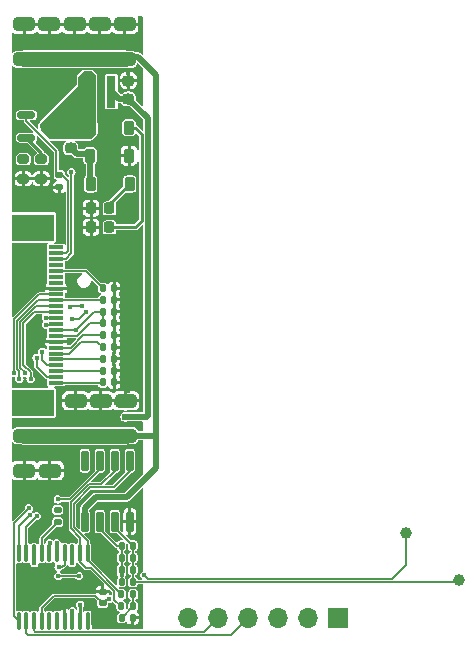
<source format=gbr>
%TF.GenerationSoftware,KiCad,Pcbnew,8.0.2-1.fc40*%
%TF.CreationDate,2025-03-27T00:28:51+07:00*%
%TF.ProjectId,magic-epaper,6d616769-632d-4657-9061-7065722e6b69,rev?*%
%TF.SameCoordinates,Original*%
%TF.FileFunction,Copper,L1,Top*%
%TF.FilePolarity,Positive*%
%FSLAX46Y46*%
G04 Gerber Fmt 4.6, Leading zero omitted, Abs format (unit mm)*
G04 Created by KiCad (PCBNEW 8.0.2-1.fc40) date 2025-03-27 00:28:51*
%MOMM*%
%LPD*%
G01*
G04 APERTURE LIST*
G04 Aperture macros list*
%AMRoundRect*
0 Rectangle with rounded corners*
0 $1 Rounding radius*
0 $2 $3 $4 $5 $6 $7 $8 $9 X,Y pos of 4 corners*
0 Add a 4 corners polygon primitive as box body*
4,1,4,$2,$3,$4,$5,$6,$7,$8,$9,$2,$3,0*
0 Add four circle primitives for the rounded corners*
1,1,$1+$1,$2,$3*
1,1,$1+$1,$4,$5*
1,1,$1+$1,$6,$7*
1,1,$1+$1,$8,$9*
0 Add four rect primitives between the rounded corners*
20,1,$1+$1,$2,$3,$4,$5,0*
20,1,$1+$1,$4,$5,$6,$7,0*
20,1,$1+$1,$6,$7,$8,$9,0*
20,1,$1+$1,$8,$9,$2,$3,0*%
G04 Aperture macros list end*
%TA.AperFunction,SMDPad,CuDef*%
%ADD10RoundRect,0.250000X0.650000X-0.325000X0.650000X0.325000X-0.650000X0.325000X-0.650000X-0.325000X0*%
%TD*%
%TA.AperFunction,SMDPad,CuDef*%
%ADD11RoundRect,0.140000X0.140000X0.170000X-0.140000X0.170000X-0.140000X-0.170000X0.140000X-0.170000X0*%
%TD*%
%TA.AperFunction,SMDPad,CuDef*%
%ADD12RoundRect,0.225000X-0.225000X-0.375000X0.225000X-0.375000X0.225000X0.375000X-0.225000X0.375000X0*%
%TD*%
%TA.AperFunction,SMDPad,CuDef*%
%ADD13RoundRect,0.225000X0.225000X0.375000X-0.225000X0.375000X-0.225000X-0.375000X0.225000X-0.375000X0*%
%TD*%
%TA.AperFunction,SMDPad,CuDef*%
%ADD14RoundRect,0.150000X0.150000X-0.725000X0.150000X0.725000X-0.150000X0.725000X-0.150000X-0.725000X0*%
%TD*%
%TA.AperFunction,SMDPad,CuDef*%
%ADD15RoundRect,0.200000X-0.275000X0.200000X-0.275000X-0.200000X0.275000X-0.200000X0.275000X0.200000X0*%
%TD*%
%TA.AperFunction,SMDPad,CuDef*%
%ADD16RoundRect,0.250000X-0.650000X0.325000X-0.650000X-0.325000X0.650000X-0.325000X0.650000X0.325000X0*%
%TD*%
%TA.AperFunction,SMDPad,CuDef*%
%ADD17RoundRect,0.225000X-0.225000X-0.250000X0.225000X-0.250000X0.225000X0.250000X-0.225000X0.250000X0*%
%TD*%
%TA.AperFunction,SMDPad,CuDef*%
%ADD18RoundRect,0.150000X-0.587500X-0.150000X0.587500X-0.150000X0.587500X0.150000X-0.587500X0.150000X0*%
%TD*%
%TA.AperFunction,SMDPad,CuDef*%
%ADD19RoundRect,0.225000X0.250000X-0.225000X0.250000X0.225000X-0.250000X0.225000X-0.250000X-0.225000X0*%
%TD*%
%TA.AperFunction,SMDPad,CuDef*%
%ADD20RoundRect,0.135000X-0.185000X0.135000X-0.185000X-0.135000X0.185000X-0.135000X0.185000X0.135000X0*%
%TD*%
%TA.AperFunction,SMDPad,CuDef*%
%ADD21RoundRect,0.135000X0.135000X0.185000X-0.135000X0.185000X-0.135000X-0.185000X0.135000X-0.185000X0*%
%TD*%
%TA.AperFunction,SMDPad,CuDef*%
%ADD22RoundRect,0.140000X-0.140000X-0.170000X0.140000X-0.170000X0.140000X0.170000X-0.140000X0.170000X0*%
%TD*%
%TA.AperFunction,SMDPad,CuDef*%
%ADD23R,1.300000X0.300000*%
%TD*%
%TA.AperFunction,SMDPad,CuDef*%
%ADD24R,3.600000X2.300000*%
%TD*%
%TA.AperFunction,SMDPad,CuDef*%
%ADD25R,0.800000X2.700000*%
%TD*%
%TA.AperFunction,SMDPad,CuDef*%
%ADD26RoundRect,0.225000X-0.250000X0.225000X-0.250000X-0.225000X0.250000X-0.225000X0.250000X0.225000X0*%
%TD*%
%TA.AperFunction,SMDPad,CuDef*%
%ADD27RoundRect,0.140000X-0.170000X0.140000X-0.170000X-0.140000X0.170000X-0.140000X0.170000X0.140000X0*%
%TD*%
%TA.AperFunction,SMDPad,CuDef*%
%ADD28RoundRect,0.100000X0.100000X-0.637500X0.100000X0.637500X-0.100000X0.637500X-0.100000X-0.637500X0*%
%TD*%
%TA.AperFunction,ComponentPad*%
%ADD29R,1.700000X1.700000*%
%TD*%
%TA.AperFunction,ComponentPad*%
%ADD30O,1.700000X1.700000*%
%TD*%
%TA.AperFunction,ComponentPad*%
%ADD31C,1.000000*%
%TD*%
%TA.AperFunction,ViaPad*%
%ADD32C,0.400000*%
%TD*%
%TA.AperFunction,ViaPad*%
%ADD33C,1.000000*%
%TD*%
%TA.AperFunction,ViaPad*%
%ADD34C,0.600000*%
%TD*%
%TA.AperFunction,Conductor*%
%ADD35C,0.127000*%
%TD*%
%TA.AperFunction,Conductor*%
%ADD36C,0.508000*%
%TD*%
%TA.AperFunction,Conductor*%
%ADD37C,0.254000*%
%TD*%
%TA.AperFunction,Conductor*%
%ADD38C,1.270000*%
%TD*%
G04 APERTURE END LIST*
D10*
%TO.P,C20,1*%
%TO.N,GND*%
X112336868Y-113702800D03*
%TO.P,C20,2*%
%TO.N,/V_EH*%
X112336868Y-110752800D03*
%TD*%
D11*
%TO.P,C2,1*%
%TO.N,GND*%
X117757756Y-104250000D03*
%TO.P,C2,2*%
%TO.N,Net-(J1-VSH)*%
X116797756Y-104250000D03*
%TD*%
D12*
%TO.P,D2,1,K*%
%TO.N,Net-(D2-K)*%
X115781200Y-89442752D03*
%TO.P,D2,2,A*%
%TO.N,/VGL*%
X119081200Y-89442752D03*
%TD*%
D11*
%TO.P,C30,1*%
%TO.N,Net-(U2-AC1)*%
X119355000Y-121078000D03*
%TO.P,C30,2*%
%TO.N,Net-(U2-AC0)*%
X118395000Y-121078000D03*
%TD*%
%TO.P,C6,1*%
%TO.N,GND*%
X117762200Y-100250000D03*
%TO.P,C6,2*%
%TO.N,VCC*%
X116802200Y-100250000D03*
%TD*%
D13*
%TO.P,D3,1,K*%
%TO.N,GND*%
X119036200Y-87061252D03*
%TO.P,D3,2,A*%
%TO.N,Net-(D2-K)*%
X115736200Y-87061252D03*
%TD*%
D14*
%TO.P,U2,1,V_EH*%
%TO.N,/V_EH*%
X115295000Y-118025000D03*
%TO.P,U2,2,AC0*%
%TO.N,Net-(U2-AC0)*%
X116565000Y-118025000D03*
%TO.P,U2,3,AC1*%
%TO.N,Net-(U2-AC1)*%
X117835000Y-118025000D03*
%TO.P,U2,4,VSS*%
%TO.N,GND*%
X119105000Y-118025000D03*
%TO.P,U2,5,SDA*%
%TO.N,/SDA*%
X119105000Y-112875000D03*
%TO.P,U2,6,SCL*%
%TO.N,/SCL*%
X117835000Y-112875000D03*
%TO.P,U2,7,GPO*%
%TO.N,/GPO*%
X116565000Y-112875000D03*
%TO.P,U2,8,VCC*%
%TO.N,VCC*%
X115295000Y-112875000D03*
%TD*%
D15*
%TO.P,R9,1*%
%TO.N,Net-(JP2-A)*%
X110094000Y-87349000D03*
%TO.P,R9,2*%
%TO.N,GND*%
X110094000Y-88999000D03*
%TD*%
D11*
%TO.P,C1,1*%
%TO.N,GND*%
X117759978Y-102250000D03*
%TO.P,C1,2*%
%TO.N,Net-(J1-VDDD)*%
X116799978Y-102250000D03*
%TD*%
D16*
%TO.P,C19,1*%
%TO.N,GND*%
X114445868Y-75929400D03*
%TO.P,C19,2*%
%TO.N,/V_EH*%
X114445868Y-78879400D03*
%TD*%
D17*
%TO.P,C9,1*%
%TO.N,GND*%
X115821400Y-91501400D03*
%TO.P,C9,2*%
%TO.N,/VGL*%
X117371400Y-91501400D03*
%TD*%
D18*
%TO.P,Q1,1,G*%
%TO.N,Net-(J1-GDR)*%
X110348700Y-83611252D03*
%TO.P,Q1,2,S*%
%TO.N,Net-(J1-R_SENSE)*%
X110348700Y-85511252D03*
%TO.P,Q1,3,D*%
%TO.N,Net-(D1-A)*%
X112223700Y-84561252D03*
%TD*%
D16*
%TO.P,C23,1*%
%TO.N,GND*%
X114522068Y-107788450D03*
%TO.P,C23,2*%
%TO.N,/V_EH*%
X114522068Y-110738450D03*
%TD*%
D19*
%TO.P,C13,1*%
%TO.N,Net-(D2-K)*%
X114086200Y-86407752D03*
%TO.P,C13,2*%
%TO.N,Net-(D1-A)*%
X114086200Y-84857752D03*
%TD*%
D15*
%TO.P,R4,1*%
%TO.N,Net-(J1-R_SENSE)*%
X111618000Y-87349000D03*
%TO.P,R4,2*%
%TO.N,GND*%
X111618000Y-88999000D03*
%TD*%
D10*
%TO.P,C24,1*%
%TO.N,GND*%
X110170200Y-113702800D03*
%TO.P,C24,2*%
%TO.N,/V_EH*%
X110170200Y-110752800D03*
%TD*%
D20*
%TO.P,R3,1*%
%TO.N,Net-(J1-GDR)*%
X113142000Y-88680000D03*
%TO.P,R3,2*%
%TO.N,GND*%
X113142000Y-89700000D03*
%TD*%
D16*
%TO.P,C17,1*%
%TO.N,GND*%
X118679200Y-75929400D03*
%TO.P,C17,2*%
%TO.N,/V_EH*%
X118679200Y-78879400D03*
%TD*%
D11*
%TO.P,C11,1*%
%TO.N,GND*%
X117764422Y-103250000D03*
%TO.P,C11,2*%
%TO.N,Net-(J1-VPP)*%
X116804422Y-103250000D03*
%TD*%
D16*
%TO.P,C21,1*%
%TO.N,GND*%
X118755400Y-107788450D03*
%TO.P,C21,2*%
%TO.N,/V_EH*%
X118755400Y-110738450D03*
%TD*%
D21*
%TO.P,R1,1*%
%TO.N,VCC*%
X119385000Y-124178000D03*
%TO.P,R1,2*%
%TO.N,/SDA*%
X118365000Y-124178000D03*
%TD*%
D22*
%TO.P,C28,1*%
%TO.N,VCC*%
X118395000Y-126178000D03*
%TO.P,C28,2*%
%TO.N,GND*%
X119355000Y-126178000D03*
%TD*%
D16*
%TO.P,C16,1*%
%TO.N,GND*%
X110162534Y-75929400D03*
%TO.P,C16,2*%
%TO.N,/V_EH*%
X110162534Y-78879400D03*
%TD*%
%TO.P,C22,1*%
%TO.N,GND*%
X116638734Y-107788450D03*
%TO.P,C22,2*%
%TO.N,/V_EH*%
X116638734Y-110738450D03*
%TD*%
%TO.P,C18,1*%
%TO.N,GND*%
X116562534Y-75929400D03*
%TO.P,C18,2*%
%TO.N,/V_EH*%
X116562534Y-78879400D03*
%TD*%
D11*
%TO.P,C5,1*%
%TO.N,GND*%
X117762200Y-98250000D03*
%TO.P,C5,2*%
%TO.N,Net-(J1-VDHR)*%
X116802200Y-98250000D03*
%TD*%
D23*
%TO.P,J1,1,CSB2*%
%TO.N,unconnected-(J1-CSB2-Pad1)*%
X112850000Y-94798500D03*
%TO.P,J1,2,GDR*%
%TO.N,Net-(J1-GDR)*%
X112850000Y-95298500D03*
%TO.P,J1,3,R_SENSE*%
%TO.N,Net-(J1-R_SENSE)*%
X112850000Y-95798500D03*
%TO.P,J1,4*%
%TO.N,N/C*%
X112850000Y-96298500D03*
%TO.P,J1,5,VDHR*%
%TO.N,Net-(J1-VDHR)*%
X112850000Y-96798500D03*
%TO.P,J1,6,TSCL*%
%TO.N,unconnected-(J1-TSCL-Pad6)*%
X112850000Y-97298500D03*
%TO.P,J1,7,TSDA*%
%TO.N,unconnected-(J1-TSDA-Pad7)*%
X112850000Y-97798500D03*
%TO.P,J1,8,BS*%
%TO.N,GND*%
X112850000Y-98298500D03*
%TO.P,J1,9,~{BUSY}*%
%TO.N,/~{BUSY}*%
X112850000Y-98798500D03*
%TO.P,J1,10,~{RST}*%
%TO.N,/~{RST}*%
X112850000Y-99298500D03*
%TO.P,J1,11,DC*%
%TO.N,/DC*%
X112850000Y-99798500D03*
%TO.P,J1,12,CSB*%
%TO.N,/CSB*%
X112850000Y-100298500D03*
%TO.P,J1,13,SCL*%
%TO.N,/CLK*%
X112850000Y-100798500D03*
%TO.P,J1,14,SDA*%
%TO.N,/DAT*%
X112850000Y-101298500D03*
%TO.P,J1,15,VDDIO*%
%TO.N,VCC*%
X112850000Y-101798500D03*
%TO.P,J1,16,VDD*%
X112850000Y-102298500D03*
%TO.P,J1,17,GND*%
%TO.N,GND*%
X112850000Y-102798500D03*
%TO.P,J1,18,VDDD*%
%TO.N,Net-(J1-VDDD)*%
X112850000Y-103298500D03*
%TO.P,J1,19,VPP*%
%TO.N,Net-(J1-VPP)*%
X112850000Y-103798500D03*
%TO.P,J1,20,VSH*%
%TO.N,Net-(J1-VSH)*%
X112850000Y-104298500D03*
%TO.P,J1,21,VGH*%
%TO.N,/VGH*%
X112850000Y-104798500D03*
%TO.P,J1,22,VSL*%
%TO.N,Net-(J1-VSL)*%
X112850000Y-105298500D03*
%TO.P,J1,23,VGL*%
%TO.N,/VGL*%
X112850000Y-105798500D03*
%TO.P,J1,24,VCOM*%
%TO.N,Net-(J1-VCOM)*%
X112850000Y-106298500D03*
D24*
%TO.P,J1,MP*%
%TO.N,N/C*%
X110900000Y-93128500D03*
X110900000Y-107968500D03*
%TD*%
D11*
%TO.P,C27,1*%
%TO.N,Net-(U2-AC1)*%
X119355000Y-123136000D03*
%TO.P,C27,2*%
%TO.N,Net-(U2-AC0)*%
X118395000Y-123136000D03*
%TD*%
D13*
%TO.P,D1,1,K*%
%TO.N,/VGH*%
X119036200Y-84661252D03*
%TO.P,D1,2,A*%
%TO.N,Net-(D1-A)*%
X115736200Y-84661252D03*
%TD*%
D11*
%TO.P,C31,1*%
%TO.N,Net-(U2-AC1)*%
X119355000Y-120062000D03*
%TO.P,C31,2*%
%TO.N,Net-(U2-AC0)*%
X118395000Y-120062000D03*
%TD*%
D25*
%TO.P,L1,1*%
%TO.N,VCC*%
X117536200Y-81620800D03*
%TO.P,L1,2*%
%TO.N,Net-(D1-A)*%
X115236200Y-81620800D03*
%TD*%
D26*
%TO.P,C12,1*%
%TO.N,GND*%
X118986200Y-80686252D03*
%TO.P,C12,2*%
%TO.N,VCC*%
X118986200Y-82236252D03*
%TD*%
D11*
%TO.P,C29,1*%
%TO.N,Net-(U2-AC1)*%
X119355000Y-122094000D03*
%TO.P,C29,2*%
%TO.N,Net-(U2-AC0)*%
X118395000Y-122094000D03*
%TD*%
D27*
%TO.P,C14,1*%
%TO.N,GND*%
X116800000Y-123970000D03*
%TO.P,C14,2*%
%TO.N,/~{MCU_RST}*%
X116800000Y-124930000D03*
%TD*%
D11*
%TO.P,C10,1*%
%TO.N,GND*%
X117762200Y-99250000D03*
%TO.P,C10,2*%
%TO.N,/~{RST}*%
X116802200Y-99250000D03*
%TD*%
D21*
%TO.P,R2,1*%
%TO.N,VCC*%
X119385000Y-125178000D03*
%TO.P,R2,2*%
%TO.N,/SCL*%
X118365000Y-125178000D03*
%TD*%
D20*
%TO.P,R7,1*%
%TO.N,/DP*%
X113000000Y-117040000D03*
%TO.P,R7,2*%
%TO.N,/DPU*%
X113000000Y-118060000D03*
%TD*%
D11*
%TO.P,C3,1*%
%TO.N,GND*%
X117771088Y-105250000D03*
%TO.P,C3,2*%
%TO.N,Net-(J1-VSL)*%
X116811088Y-105250000D03*
%TD*%
%TO.P,C4,1*%
%TO.N,GND*%
X117773310Y-106250000D03*
%TO.P,C4,2*%
%TO.N,Net-(J1-VCOM)*%
X116813310Y-106250000D03*
%TD*%
%TO.P,C7,1*%
%TO.N,GND*%
X117775532Y-101250000D03*
%TO.P,C7,2*%
%TO.N,VCC*%
X116815532Y-101250000D03*
%TD*%
D28*
%TO.P,U1,1,PD4*%
%TO.N,/~{BUSY}*%
X109675000Y-126425000D03*
%TO.P,U1,2,PD5*%
%TO.N,/MCU_TX*%
X110325000Y-126425000D03*
%TO.P,U1,3,PD6*%
%TO.N,/MCU_RX*%
X110975000Y-126425000D03*
%TO.P,U1,4,NRST*%
%TO.N,/~{MCU_RST}*%
X111625000Y-126425000D03*
%TO.P,U1,5,PA1*%
%TO.N,unconnected-(U1-PA1-Pad5)*%
X112275000Y-126425000D03*
%TO.P,U1,6,PA2*%
%TO.N,unconnected-(U1-PA2-Pad6)*%
X112925000Y-126425000D03*
%TO.P,U1,7,VSS*%
%TO.N,GND*%
X113575000Y-126425000D03*
%TO.P,U1,8,PD0*%
%TO.N,/GPO*%
X114225000Y-126425000D03*
%TO.P,U1,9,VDD*%
%TO.N,VCC*%
X114875000Y-126425000D03*
%TO.P,U1,10,PC0*%
%TO.N,/DP*%
X115525000Y-126425000D03*
%TO.P,U1,11,SDA*%
%TO.N,/SDA*%
X115525000Y-120700000D03*
%TO.P,U1,12,SCL*%
%TO.N,/SCL*%
X114875000Y-120700000D03*
%TO.P,U1,13,PC3*%
%TO.N,/DN*%
X114225000Y-120700000D03*
%TO.P,U1,14,PC4*%
%TO.N,/CSB*%
X113575000Y-120700000D03*
%TO.P,U1,15,PC5*%
%TO.N,/CLK*%
X112925000Y-120700000D03*
%TO.P,U1,16,PC6*%
%TO.N,/DAT*%
X112275000Y-120700000D03*
%TO.P,U1,17,PC7*%
%TO.N,/DPU*%
X111625000Y-120700000D03*
%TO.P,U1,18,SWIO*%
%TO.N,/SWIO*%
X110975000Y-120700000D03*
%TO.P,U1,19,PD2*%
%TO.N,/DC*%
X110325000Y-120700000D03*
%TO.P,U1,20,PD3*%
%TO.N,/~{RST}*%
X109675000Y-120700000D03*
%TD*%
D17*
%TO.P,C8,1*%
%TO.N,GND*%
X115821400Y-93101600D03*
%TO.P,C8,2*%
%TO.N,/VGH*%
X117371400Y-93101600D03*
%TD*%
D16*
%TO.P,C15,1*%
%TO.N,GND*%
X112279200Y-75929400D03*
%TO.P,C15,2*%
%TO.N,/V_EH*%
X112279200Y-78879400D03*
%TD*%
D29*
%TO.P,J2,1,Pin_1*%
%TO.N,GND*%
X136750000Y-126150000D03*
D30*
%TO.P,J2,2,Pin_2*%
%TO.N,/~{MCU_RST}*%
X134210000Y-126150000D03*
%TO.P,J2,3,Pin_3*%
%TO.N,/SWIO*%
X131670000Y-126150000D03*
%TO.P,J2,4,Pin_4*%
%TO.N,/MCU_TX*%
X129130000Y-126150000D03*
%TO.P,J2,5,Pin_5*%
%TO.N,/MCU_RX*%
X126590000Y-126150000D03*
%TO.P,J2,6,Pin_6*%
%TO.N,VCC*%
X124050000Y-126150000D03*
%TD*%
D31*
%TO.P,AE1,1*%
%TO.N,Net-(U2-AC1)*%
X146944141Y-122977000D03*
%TO.P,AE1,2*%
%TO.N,Net-(U2-AC0)*%
X142458859Y-118977000D03*
%TD*%
D32*
%TO.N,Net-(U2-AC0)*%
X120300000Y-122550000D03*
X118395000Y-122550000D03*
%TO.N,GND*%
X120000000Y-116622000D03*
X110602000Y-101509000D03*
X112888000Y-75982000D03*
X117968000Y-75982000D03*
X111668800Y-123956000D03*
X110754400Y-118622000D03*
X120000000Y-81062000D03*
X119492000Y-96302000D03*
X116952000Y-75982000D03*
X109840000Y-109510000D03*
X110602000Y-103541000D03*
X119492000Y-94270000D03*
X115936000Y-75982000D03*
X111872000Y-90206000D03*
X109826200Y-82445252D03*
X110754400Y-119384000D03*
X112874200Y-80413252D03*
X114412000Y-113066000D03*
X111350200Y-81429252D03*
X118476000Y-94270000D03*
X110348000Y-91222000D03*
X114412000Y-98283200D03*
X118984000Y-114590000D03*
X118984000Y-106970000D03*
X118476000Y-104938000D03*
X114920000Y-109510000D03*
X120000000Y-80046000D03*
X119034800Y-102855200D03*
X109840000Y-97826000D03*
X117431200Y-87410752D03*
X117386200Y-85911252D03*
X110094000Y-122686000D03*
X117460000Y-95286000D03*
X113904000Y-75982000D03*
X119492000Y-104938000D03*
X109840000Y-75982000D03*
X110094000Y-124718000D03*
X118476000Y-115098000D03*
X110856000Y-75982000D03*
X112735600Y-125022800D03*
X112874200Y-81429252D03*
X112278400Y-122990800D03*
X109840000Y-96810000D03*
X111872000Y-112050000D03*
X117460000Y-96302000D03*
X118984000Y-75982000D03*
X111350200Y-82445252D03*
X109826200Y-80413252D03*
X118984000Y-107986000D03*
X117000000Y-120750000D03*
X118984000Y-81062000D03*
X109840000Y-113574000D03*
X111872000Y-75982000D03*
X110348000Y-90206000D03*
X116901200Y-126800800D03*
X116952000Y-107986000D03*
X117968000Y-107986000D03*
X120000000Y-75982000D03*
X110602000Y-102525000D03*
X117431200Y-88426752D03*
X118476000Y-95286000D03*
X120000000Y-118654000D03*
X119492000Y-95286000D03*
X117460000Y-94270000D03*
X109840000Y-112050000D03*
X117386200Y-83879252D03*
X114412000Y-112050000D03*
X115580400Y-122736800D03*
X110094000Y-123702000D03*
X116342400Y-126140400D03*
X117386200Y-84895252D03*
X118476000Y-96302000D03*
X117460000Y-121670000D03*
X116444000Y-119638000D03*
X109840000Y-95794000D03*
X114107200Y-97318000D03*
X118984000Y-80046000D03*
X115605800Y-123734000D03*
X111872000Y-109510000D03*
X120000000Y-117638000D03*
X111350200Y-80413252D03*
X117431200Y-89442752D03*
X111872000Y-91222000D03*
X109826200Y-81429252D03*
X118476000Y-105954000D03*
X119492000Y-105954000D03*
X114920000Y-75982000D03*
%TO.N,VCC*%
X113040400Y-122641800D03*
X115326400Y-113338800D03*
D33*
X118986200Y-82236252D03*
D32*
X118395000Y-126178000D03*
X114804000Y-122641800D03*
X114513600Y-101788400D03*
X114898200Y-125051800D03*
D34*
X118730000Y-109154400D03*
D32*
%TO.N,/VGH*%
X117371400Y-93101600D03*
X111700000Y-103650000D03*
%TO.N,/VGL*%
X111200000Y-104150000D03*
X117371400Y-91501400D03*
%TO.N,/~{RST}*%
X110627400Y-117485600D03*
X109744500Y-105954000D03*
%TO.N,/~{MCU_RST}*%
X117358400Y-124565600D03*
%TO.N,/DC*%
X111237000Y-117561800D03*
X110200000Y-105446000D03*
%TO.N,/~{BUSY}*%
X110551200Y-116901400D03*
X109331000Y-105446000D03*
%TO.N,/DAT*%
X111999000Y-101350000D03*
X112300000Y-119850000D03*
%TO.N,Net-(J1-R_SENSE)*%
X110348700Y-85511252D03*
X114154000Y-88428000D03*
%TO.N,/CSB*%
X113065800Y-121879800D03*
X110700000Y-105954000D03*
%TO.N,/CLK*%
X111999000Y-100747000D03*
X112925000Y-119850000D03*
%TO.N,/SWIO*%
X111000000Y-121550000D03*
%TO.N,/DP*%
X115529600Y-126933200D03*
X113000000Y-117040000D03*
X115047000Y-99798500D03*
X114031000Y-99858000D03*
%TO.N,/DN*%
X114200000Y-121550000D03*
X114208800Y-100874000D03*
X115377200Y-100264400D03*
D33*
%TO.N,/V_EH*%
X114445868Y-78879400D03*
D32*
%TO.N,/GPO*%
X114208800Y-125632400D03*
X113000000Y-116150000D03*
%TO.N,Net-(JP2-A)*%
X110348000Y-87158000D03*
%TD*%
D35*
%TO.N,Net-(U2-AC0)*%
X118395000Y-120062000D02*
X118012000Y-120062000D01*
X141268000Y-122882000D02*
X120632000Y-122882000D01*
X142458859Y-121691141D02*
X141268000Y-122882000D01*
X116565000Y-118615000D02*
X116565000Y-118025000D01*
X118395000Y-123136000D02*
X118395000Y-122550000D01*
X142458859Y-118977000D02*
X142458859Y-121691141D01*
X120632000Y-122882000D02*
X120300000Y-122550000D01*
X118395000Y-122550000D02*
X118395000Y-120062000D01*
X118012000Y-120062000D02*
X116565000Y-118615000D01*
%TO.N,Net-(U2-AC1)*%
X146785141Y-123136000D02*
X146944141Y-122977000D01*
X119355000Y-120062000D02*
X119355000Y-123136000D01*
X119355000Y-120062000D02*
X117835000Y-118542000D01*
X146785141Y-123136000D02*
X119355000Y-123136000D01*
X117835000Y-118542000D02*
X117835000Y-118025000D01*
%TO.N,Net-(J1-VDDD)*%
X115151315Y-102250000D02*
X116799978Y-102250000D01*
X114102815Y-103298500D02*
X115151315Y-102250000D01*
X112900000Y-103298500D02*
X114102815Y-103298500D01*
%TO.N,Net-(J1-VSH)*%
X116749256Y-104298500D02*
X116797756Y-104250000D01*
X112900000Y-104298500D02*
X116749256Y-104298500D01*
%TO.N,Net-(J1-VSL)*%
X112900000Y-105298500D02*
X116762588Y-105298500D01*
X116762588Y-105298500D02*
X116811088Y-105250000D01*
%TO.N,Net-(J1-VCOM)*%
X112900000Y-106298500D02*
X116764810Y-106298500D01*
X116764810Y-106298500D02*
X116813310Y-106250000D01*
%TO.N,Net-(J1-VDHR)*%
X112900000Y-96798500D02*
X115350700Y-96798500D01*
X115350700Y-96798500D02*
X116802200Y-98250000D01*
D36*
%TO.N,VCC*%
X120604000Y-109098000D02*
X120604000Y-83854052D01*
D35*
X119385000Y-124178000D02*
X119385000Y-125178000D01*
X116815532Y-100263332D02*
X116802200Y-100250000D01*
D36*
X118730000Y-109154400D02*
X120547600Y-109154400D01*
X120604000Y-83854052D02*
X118986200Y-82236252D01*
D37*
X114503500Y-101798500D02*
X114513600Y-101788400D01*
X114875000Y-125075000D02*
X114898200Y-125051800D01*
D35*
X114513600Y-101788400D02*
X116052000Y-100250000D01*
X114651500Y-102298500D02*
X115700000Y-101250000D01*
D36*
X118986200Y-82236252D02*
X118211200Y-82236252D01*
D35*
X115700000Y-101250000D02*
X116815532Y-101250000D01*
X116052000Y-100250000D02*
X116802200Y-100250000D01*
D36*
X118211200Y-82236252D02*
X117536200Y-81561252D01*
D35*
X119385000Y-125178000D02*
X119385000Y-125188000D01*
X119385000Y-125188000D02*
X118395000Y-126178000D01*
X112900000Y-101798500D02*
X114503500Y-101798500D01*
X116815532Y-101250000D02*
X116815532Y-100263332D01*
X112900000Y-102298500D02*
X114651500Y-102298500D01*
D37*
X114875000Y-126425000D02*
X114875000Y-125075000D01*
D35*
X114804000Y-122641800D02*
X113040400Y-122641800D01*
%TO.N,/VGH*%
X111700000Y-104375500D02*
X111700000Y-103650000D01*
D37*
X120096000Y-92573800D02*
X120096000Y-85247400D01*
D35*
X112123000Y-104798500D02*
X111700000Y-104375500D01*
D37*
X117371400Y-93101600D02*
X119568200Y-93101600D01*
D35*
X112900000Y-104798500D02*
X112123000Y-104798500D01*
D37*
X119509852Y-84661252D02*
X119036200Y-84661252D01*
X119568200Y-93101600D02*
X120096000Y-92573800D01*
X120096000Y-85247400D02*
X119509852Y-84661252D01*
D35*
%TO.N,/VGL*%
X111200000Y-104150000D02*
X111200000Y-104907778D01*
X112090722Y-105798500D02*
X112900000Y-105798500D01*
D37*
X117371400Y-91501400D02*
X117371400Y-91152552D01*
D35*
X111200000Y-104907778D02*
X112090722Y-105798500D01*
D37*
X117371400Y-91152552D02*
X119081200Y-89442752D01*
D35*
%TO.N,/~{RST}*%
X109675000Y-118438000D02*
X109675000Y-120700000D01*
X109744500Y-105954000D02*
X109744500Y-105274722D01*
X109585000Y-101005790D02*
X111292290Y-99298500D01*
X111292290Y-99298500D02*
X116753700Y-99298500D01*
X116753700Y-99298500D02*
X116802200Y-99250000D01*
X109744500Y-105274722D02*
X109585000Y-105115222D01*
X110627400Y-117485600D02*
X109675000Y-118438000D01*
X109585000Y-105115222D02*
X109585000Y-101005790D01*
%TO.N,Net-(J1-VPP)*%
X112900000Y-103798500D02*
X113962025Y-103798500D01*
X116354422Y-102800000D02*
X116804422Y-103250000D01*
X113962025Y-103798500D02*
X114960525Y-102800000D01*
X114960525Y-102800000D02*
X116354422Y-102800000D01*
D36*
%TO.N,Net-(D2-K)*%
X115736200Y-86902752D02*
X115736200Y-89397752D01*
X114627700Y-86902752D02*
X114086200Y-86361252D01*
X114086200Y-86361252D02*
X114086200Y-86112752D01*
X115736200Y-89397752D02*
X115781200Y-89442752D01*
D35*
X115781200Y-86947752D02*
X115736200Y-86902752D01*
D36*
X115736200Y-86902752D02*
X114627700Y-86902752D01*
D35*
%TO.N,/~{MCU_RST}*%
X116181600Y-124311600D02*
X112638400Y-124311600D01*
X117164400Y-124565600D02*
X116800000Y-124930000D01*
X117358400Y-124565600D02*
X117164400Y-124565600D01*
X116800000Y-124930000D02*
X116181600Y-124311600D01*
X111625000Y-125325000D02*
X111625000Y-126425000D01*
X112638400Y-124311600D02*
X111625000Y-125325000D01*
%TO.N,/DC*%
X109840000Y-101110000D02*
X111151500Y-99798500D01*
X111151500Y-99798500D02*
X112900000Y-99798500D01*
X111229822Y-117561800D02*
X110325000Y-118466622D01*
X109840000Y-105011012D02*
X109840000Y-101110000D01*
X110200000Y-105371012D02*
X109840000Y-105011012D01*
X110200000Y-105446000D02*
X110200000Y-105371012D01*
X110325000Y-118466622D02*
X110325000Y-120700000D01*
X111237000Y-117561800D02*
X111229822Y-117561800D01*
%TO.N,/~{BUSY}*%
X111433080Y-98798500D02*
X112900000Y-98798500D01*
X109331000Y-100900580D02*
X111433080Y-98798500D01*
X109284500Y-126034500D02*
X109675000Y-126425000D01*
X109284500Y-118168100D02*
X109284500Y-126034500D01*
X110551200Y-116901400D02*
X109284500Y-118168100D01*
X109331000Y-105446000D02*
X109331000Y-100900580D01*
%TO.N,Net-(J1-GDR)*%
X113677000Y-95298500D02*
X113900000Y-95075500D01*
X112900000Y-95298500D02*
X113677000Y-95298500D01*
X113394000Y-88680000D02*
X113142000Y-88680000D01*
X112888000Y-86676374D02*
X110348700Y-84137074D01*
X113900000Y-92140000D02*
X113886200Y-92126200D01*
X112888000Y-88426000D02*
X112888000Y-86676374D01*
X113886200Y-92126200D02*
X113886200Y-89172200D01*
X113142000Y-88680000D02*
X112888000Y-88426000D01*
X113886200Y-89172200D02*
X113394000Y-88680000D01*
X113900000Y-95075500D02*
X113900000Y-92140000D01*
X110348700Y-84137074D02*
X110348700Y-83611252D01*
%TO.N,/DAT*%
X112300000Y-120675000D02*
X112275000Y-120700000D01*
X111999000Y-101350000D02*
X112848500Y-101350000D01*
X112300000Y-119850000D02*
X112300000Y-120675000D01*
X112848500Y-101350000D02*
X112900000Y-101298500D01*
%TO.N,Net-(J1-R_SENSE)*%
X113677000Y-95798500D02*
X112900000Y-95798500D01*
D37*
X111618000Y-86780552D02*
X110348700Y-85511252D01*
D35*
X114154000Y-95321500D02*
X113677000Y-95798500D01*
D37*
X111618000Y-87349000D02*
X111618000Y-86780552D01*
D35*
X114154000Y-88428000D02*
X114154000Y-95321500D01*
%TO.N,/CSB*%
X110700000Y-105954000D02*
X110700000Y-105361222D01*
X113396000Y-121879800D02*
X113575000Y-121700800D01*
X110094000Y-101215210D02*
X111010710Y-100298500D01*
X111010710Y-100298500D02*
X112900000Y-100298500D01*
X110700000Y-105361222D02*
X110094000Y-104755222D01*
X110094000Y-104755222D02*
X110094000Y-101215210D01*
X113575000Y-121700800D02*
X113575000Y-120700000D01*
X113065800Y-121879800D02*
X113396000Y-121879800D01*
%TO.N,/CLK*%
X112848500Y-100747000D02*
X112900000Y-100798500D01*
X112925000Y-119850000D02*
X112925000Y-120700000D01*
X111999000Y-100747000D02*
X112848500Y-100747000D01*
%TO.N,/MCU_TX*%
X127673000Y-127607000D02*
X129130000Y-126150000D01*
X110325000Y-127475000D02*
X110457000Y-127607000D01*
X110457000Y-127607000D02*
X127673000Y-127607000D01*
X110325000Y-126425000D02*
X110325000Y-127475000D01*
%TO.N,/SWIO*%
X111000000Y-120725000D02*
X110975000Y-120700000D01*
X111000000Y-121550000D02*
X111000000Y-120725000D01*
%TO.N,/MCU_RX*%
X125387000Y-127353000D02*
X126590000Y-126150000D01*
X110975000Y-127243750D02*
X111084250Y-127353000D01*
X110975000Y-126425000D02*
X110975000Y-127243750D01*
X111084250Y-127353000D02*
X125387000Y-127353000D01*
%TO.N,/DP*%
X114081800Y-99807200D02*
X114031000Y-99858000D01*
X115047000Y-99798500D02*
X115038300Y-99807200D01*
X115038300Y-99807200D02*
X114081800Y-99807200D01*
%TO.N,/DN*%
X114225000Y-121525000D02*
X114200000Y-121550000D01*
X114225000Y-120700000D02*
X114225000Y-121525000D01*
X114767600Y-100874000D02*
X115377200Y-100264400D01*
X114208800Y-100874000D02*
X114767600Y-100874000D01*
D38*
%TO.N,/V_EH*%
X110170200Y-110752800D02*
X118741050Y-110752800D01*
X110162534Y-78879400D02*
X118679200Y-78879400D01*
D36*
X121341400Y-110738450D02*
X118755400Y-110738450D01*
X116200000Y-115950000D02*
X115295000Y-116855000D01*
X121341400Y-80219000D02*
X121341400Y-110738450D01*
X118716666Y-78675000D02*
X119797400Y-78675000D01*
X115295000Y-116855000D02*
X115295000Y-118025000D01*
X121341400Y-113451800D02*
X118843200Y-115950000D01*
D38*
X118741050Y-110752800D02*
X118755400Y-110738450D01*
D36*
X118843200Y-115950000D02*
X116200000Y-115950000D01*
X119797400Y-78675000D02*
X121341400Y-80219000D01*
X121341400Y-110738450D02*
X121341400Y-113451800D01*
D35*
%TO.N,/SCL*%
X114100000Y-116409210D02*
X115638710Y-114870500D01*
X115840790Y-121950000D02*
X115400000Y-121950000D01*
X114875000Y-120700000D02*
X114875000Y-119384210D01*
X114875000Y-121425000D02*
X114875000Y-120700000D01*
X118365000Y-125178000D02*
X118328000Y-125178000D01*
X114875000Y-119384210D02*
X114100000Y-118609210D01*
X116679500Y-114870500D02*
X117835000Y-113715000D01*
X115638710Y-114870500D02*
X116679500Y-114870500D01*
X115400000Y-121950000D02*
X114875000Y-121425000D01*
X117800000Y-124650000D02*
X117800000Y-123909210D01*
X117835000Y-113715000D02*
X117835000Y-112875000D01*
X118328000Y-125178000D02*
X117800000Y-124650000D01*
X114100000Y-118609210D02*
X114100000Y-116409210D01*
X117800000Y-123909210D02*
X115840790Y-121950000D01*
%TO.N,/SDA*%
X117725500Y-115124500D02*
X119105000Y-113745000D01*
X118365000Y-124178000D02*
X118365000Y-124115000D01*
X115525000Y-120700000D02*
X115525000Y-119675000D01*
X119105000Y-113745000D02*
X119105000Y-112875000D01*
X118365000Y-124115000D02*
X115525000Y-121275000D01*
X114354000Y-116514420D02*
X115743920Y-115124500D01*
X114354000Y-118504000D02*
X114354000Y-116514420D01*
X115525000Y-121275000D02*
X115525000Y-120700000D01*
X115743920Y-115124500D02*
X117725500Y-115124500D01*
X115525000Y-119675000D02*
X114354000Y-118504000D01*
%TO.N,/DPU*%
X113000000Y-118060000D02*
X111625000Y-119435000D01*
X111625000Y-119435000D02*
X111625000Y-120700000D01*
%TO.N,/GPO*%
X113000000Y-116150000D02*
X114000000Y-116150000D01*
X116565000Y-113585000D02*
X116565000Y-112875000D01*
X114000000Y-116150000D02*
X116565000Y-113585000D01*
X114225000Y-125648600D02*
X114225000Y-126425000D01*
X114208800Y-125632400D02*
X114225000Y-125648600D01*
%TD*%
%TA.AperFunction,Conductor*%
%TO.N,Net-(D1-A)*%
G36*
X115923506Y-79920058D02*
G01*
X116194894Y-80191446D01*
X116213200Y-80235640D01*
X116213200Y-84266092D01*
X116246442Y-84299335D01*
X116251200Y-84323253D01*
X116251200Y-85125864D01*
X116232894Y-85170058D01*
X115790006Y-85612946D01*
X115745812Y-85631252D01*
X112346588Y-85631252D01*
X112302394Y-85612946D01*
X111559506Y-84870058D01*
X111541200Y-84825864D01*
X111541200Y-84333640D01*
X111559506Y-84289446D01*
X114724200Y-81124752D01*
X114724200Y-80403640D01*
X114742506Y-80359446D01*
X115181894Y-79920058D01*
X115226088Y-79901752D01*
X115879312Y-79901752D01*
X115923506Y-79920058D01*
G37*
%TD.AperFunction*%
%TD*%
%TA.AperFunction,Conductor*%
%TO.N,GND*%
G36*
X118909194Y-119886309D02*
G01*
X118929194Y-119906309D01*
X118947500Y-119950503D01*
X118947500Y-120258348D01*
X118963019Y-120336371D01*
X118963020Y-120336373D01*
X119022143Y-120424857D01*
X119110627Y-120483980D01*
X119113691Y-120484589D01*
X119116286Y-120486323D01*
X119116312Y-120486334D01*
X119116309Y-120486338D01*
X119153464Y-120511161D01*
X119164000Y-120545888D01*
X119164000Y-120594111D01*
X119145694Y-120638305D01*
X119113694Y-120655410D01*
X119110626Y-120656020D01*
X119110625Y-120656020D01*
X119022143Y-120715143D01*
X118963021Y-120803624D01*
X118963019Y-120803628D01*
X118947500Y-120881651D01*
X118947500Y-121274348D01*
X118963019Y-121352371D01*
X118963020Y-121352373D01*
X119022143Y-121440857D01*
X119110627Y-121499980D01*
X119113691Y-121500589D01*
X119116286Y-121502323D01*
X119116312Y-121502334D01*
X119116309Y-121502338D01*
X119153464Y-121527161D01*
X119164000Y-121561888D01*
X119164000Y-121610111D01*
X119145694Y-121654305D01*
X119113694Y-121671410D01*
X119110626Y-121672020D01*
X119110625Y-121672020D01*
X119022143Y-121731143D01*
X118963021Y-121819624D01*
X118963019Y-121819628D01*
X118947500Y-121897651D01*
X118947500Y-122290348D01*
X118963019Y-122368371D01*
X118963020Y-122368373D01*
X119022143Y-122456857D01*
X119110627Y-122515980D01*
X119113691Y-122516589D01*
X119116286Y-122518323D01*
X119116312Y-122518334D01*
X119116309Y-122518338D01*
X119153464Y-122543161D01*
X119164000Y-122577888D01*
X119164000Y-122652111D01*
X119145694Y-122696305D01*
X119113694Y-122713410D01*
X119110626Y-122714020D01*
X119110625Y-122714020D01*
X119022143Y-122773143D01*
X118963021Y-122861624D01*
X118963019Y-122861628D01*
X118947500Y-122939651D01*
X118947500Y-123332348D01*
X118963019Y-123410371D01*
X118963021Y-123410375D01*
X118970120Y-123420999D01*
X119022143Y-123498857D01*
X119110627Y-123557980D01*
X119188652Y-123573500D01*
X119521348Y-123573500D01*
X119599373Y-123557980D01*
X119687857Y-123498857D01*
X119746980Y-123410373D01*
X119753557Y-123377306D01*
X119780133Y-123337533D01*
X119814856Y-123327000D01*
X120172251Y-123327000D01*
X120216445Y-123345306D01*
X120234751Y-123389500D01*
X120234751Y-127099500D01*
X120216445Y-127143694D01*
X120172251Y-127162000D01*
X115913321Y-127162000D01*
X115869127Y-127143694D01*
X115850821Y-127099500D01*
X115852023Y-127087302D01*
X115852500Y-127084904D01*
X115852801Y-127081850D01*
X115853602Y-127081928D01*
X115859313Y-127058143D01*
X115867100Y-127042861D01*
X115884469Y-126933200D01*
X115884469Y-126933196D01*
X115867101Y-126823543D01*
X115867099Y-126823537D01*
X115859311Y-126808251D01*
X115852500Y-126779879D01*
X115852500Y-125765094D01*
X115839300Y-125698734D01*
X115838562Y-125697630D01*
X115820293Y-125670288D01*
X115789018Y-125623482D01*
X115739325Y-125590278D01*
X115713767Y-125573200D01*
X115713765Y-125573199D01*
X115647406Y-125560000D01*
X115402594Y-125560000D01*
X115336234Y-125573199D01*
X115336232Y-125573200D01*
X115260983Y-125623481D01*
X115260982Y-125623482D01*
X115251965Y-125636975D01*
X115212193Y-125663550D01*
X115165276Y-125654218D01*
X115148033Y-125636974D01*
X115140033Y-125625001D01*
X115129500Y-125590278D01*
X115129500Y-125342070D01*
X115147806Y-125297876D01*
X115158674Y-125287008D01*
X115185295Y-125260387D01*
X115235700Y-125161461D01*
X115243296Y-125113503D01*
X115253069Y-125051803D01*
X115253069Y-125051796D01*
X115235701Y-124942142D01*
X115235699Y-124942137D01*
X115185295Y-124843213D01*
X115106786Y-124764704D01*
X115007862Y-124714300D01*
X115007857Y-124714298D01*
X114898203Y-124696931D01*
X114898197Y-124696931D01*
X114788542Y-124714298D01*
X114788537Y-124714300D01*
X114689613Y-124764704D01*
X114611104Y-124843213D01*
X114560700Y-124942137D01*
X114560698Y-124942142D01*
X114543331Y-125051796D01*
X114543331Y-125051803D01*
X114560698Y-125161457D01*
X114560700Y-125161462D01*
X114613338Y-125264770D01*
X114611429Y-125265742D01*
X114620500Y-125293625D01*
X114620500Y-125408032D01*
X114602194Y-125452226D01*
X114558000Y-125470532D01*
X114513806Y-125452226D01*
X114502312Y-125436407D01*
X114495894Y-125423812D01*
X114417386Y-125345304D01*
X114318462Y-125294900D01*
X114318457Y-125294898D01*
X114208803Y-125277531D01*
X114208797Y-125277531D01*
X114099142Y-125294898D01*
X114099137Y-125294900D01*
X114000213Y-125345304D01*
X113921704Y-125423813D01*
X113912795Y-125441297D01*
X113876419Y-125472362D01*
X113829659Y-125469070D01*
X113777405Y-125443525D01*
X113708598Y-125433500D01*
X113702000Y-125433500D01*
X113702000Y-126489500D01*
X113683694Y-126533694D01*
X113639500Y-126552000D01*
X113510500Y-126552000D01*
X113466306Y-126533694D01*
X113448000Y-126489500D01*
X113448000Y-125433500D01*
X113441402Y-125433500D01*
X113372596Y-125443524D01*
X113266453Y-125495414D01*
X113194935Y-125566932D01*
X113150741Y-125585238D01*
X113116015Y-125574703D01*
X113115999Y-125574692D01*
X113113766Y-125573200D01*
X113113765Y-125573199D01*
X113047406Y-125560000D01*
X112802594Y-125560000D01*
X112736234Y-125573199D01*
X112736232Y-125573200D01*
X112660983Y-125623481D01*
X112660982Y-125623482D01*
X112651965Y-125636975D01*
X112612193Y-125663550D01*
X112565276Y-125654218D01*
X112548035Y-125636977D01*
X112539018Y-125623482D01*
X112489325Y-125590278D01*
X112463767Y-125573200D01*
X112463765Y-125573199D01*
X112397406Y-125560000D01*
X112152594Y-125560000D01*
X112086234Y-125573199D01*
X112086232Y-125573200D01*
X112010983Y-125623481D01*
X112010982Y-125623482D01*
X112001965Y-125636975D01*
X111962193Y-125663550D01*
X111915276Y-125654218D01*
X111898035Y-125636977D01*
X111889018Y-125623482D01*
X111889016Y-125623481D01*
X111889016Y-125623480D01*
X111889013Y-125623478D01*
X111843776Y-125593250D01*
X111817201Y-125553476D01*
X111816000Y-125541284D01*
X111816000Y-125430003D01*
X111834306Y-125385809D01*
X112699209Y-124520906D01*
X112743403Y-124502600D01*
X116076597Y-124502600D01*
X116120791Y-124520906D01*
X116344194Y-124744309D01*
X116362500Y-124788503D01*
X116362500Y-125096348D01*
X116378019Y-125174371D01*
X116378020Y-125174373D01*
X116437143Y-125262857D01*
X116525627Y-125321980D01*
X116603652Y-125337500D01*
X116996348Y-125337500D01*
X117074373Y-125321980D01*
X117162857Y-125262857D01*
X117221980Y-125174373D01*
X117237500Y-125096348D01*
X117237500Y-124974498D01*
X117255806Y-124930304D01*
X117300000Y-124911998D01*
X117309778Y-124912768D01*
X117358398Y-124920469D01*
X117358400Y-124920469D01*
X117358403Y-124920469D01*
X117468057Y-124903101D01*
X117468058Y-124903100D01*
X117468061Y-124903100D01*
X117566987Y-124852695D01*
X117605591Y-124814090D01*
X117649782Y-124795786D01*
X117693975Y-124814090D01*
X117693977Y-124814092D01*
X117949194Y-125069309D01*
X117967500Y-125113503D01*
X117967500Y-125388856D01*
X117982729Y-125465422D01*
X117982730Y-125465424D01*
X118040747Y-125552252D01*
X118127575Y-125610269D01*
X118127577Y-125610270D01*
X118197298Y-125624138D01*
X118237072Y-125650714D01*
X118246404Y-125697630D01*
X118219828Y-125737404D01*
X118197299Y-125746736D01*
X118150627Y-125756020D01*
X118150624Y-125756021D01*
X118062143Y-125815143D01*
X118003021Y-125903624D01*
X118003019Y-125903628D01*
X117987500Y-125981651D01*
X117987500Y-126374348D01*
X118003019Y-126452371D01*
X118003021Y-126452375D01*
X118015649Y-126471274D01*
X118062143Y-126540857D01*
X118150627Y-126599980D01*
X118228652Y-126615500D01*
X118561348Y-126615500D01*
X118639373Y-126599980D01*
X118727857Y-126540857D01*
X118749866Y-126507917D01*
X118789640Y-126481342D01*
X118836556Y-126490674D01*
X118857521Y-126514267D01*
X118892273Y-126582473D01*
X118980526Y-126670726D01*
X119091725Y-126727385D01*
X119091735Y-126727388D01*
X119183980Y-126741998D01*
X119183995Y-126741999D01*
X119482000Y-126741999D01*
X119526003Y-126741999D01*
X119526006Y-126741998D01*
X119618271Y-126727386D01*
X119729473Y-126670726D01*
X119817726Y-126582473D01*
X119874385Y-126471274D01*
X119874388Y-126471264D01*
X119888998Y-126379020D01*
X119889000Y-126379004D01*
X119889000Y-126305000D01*
X119482000Y-126305000D01*
X119482000Y-126741999D01*
X119183995Y-126741999D01*
X119228000Y-126741998D01*
X119228000Y-126113500D01*
X119246306Y-126069306D01*
X119290500Y-126051000D01*
X119888999Y-126051000D01*
X119888999Y-125976997D01*
X119888998Y-125976993D01*
X119874386Y-125884728D01*
X119817726Y-125773526D01*
X119729474Y-125685274D01*
X119700063Y-125670288D01*
X119668997Y-125633913D01*
X119672750Y-125586225D01*
X119693713Y-125562634D01*
X119709252Y-125552252D01*
X119767270Y-125465423D01*
X119782500Y-125388856D01*
X119782500Y-124967144D01*
X119767270Y-124890577D01*
X119767269Y-124890575D01*
X119709252Y-124803747D01*
X119622424Y-124745730D01*
X119616737Y-124743375D01*
X119617795Y-124740819D01*
X119586525Y-124719914D01*
X119576000Y-124685203D01*
X119576000Y-124670796D01*
X119594306Y-124626602D01*
X119617411Y-124614254D01*
X119616737Y-124612625D01*
X119622420Y-124610270D01*
X119622423Y-124610270D01*
X119709252Y-124552252D01*
X119767270Y-124465423D01*
X119782500Y-124388856D01*
X119782500Y-123967144D01*
X119767270Y-123890577D01*
X119735480Y-123843000D01*
X119709252Y-123803747D01*
X119622424Y-123745730D01*
X119622422Y-123745729D01*
X119545856Y-123730500D01*
X119224144Y-123730500D01*
X119147577Y-123745729D01*
X119147575Y-123745730D01*
X119060747Y-123803747D01*
X119002730Y-123890575D01*
X119002729Y-123890577D01*
X118987500Y-123967143D01*
X118987500Y-124388856D01*
X119002729Y-124465422D01*
X119002730Y-124465424D01*
X119060747Y-124552252D01*
X119147575Y-124610269D01*
X119153263Y-124612625D01*
X119152202Y-124615185D01*
X119183460Y-124636062D01*
X119194000Y-124670796D01*
X119194000Y-124685203D01*
X119175694Y-124729397D01*
X119152589Y-124741750D01*
X119153263Y-124743375D01*
X119147575Y-124745730D01*
X119060747Y-124803747D01*
X119002730Y-124890575D01*
X119002729Y-124890577D01*
X118987500Y-124967143D01*
X118987500Y-125289497D01*
X118969194Y-125333691D01*
X118869194Y-125433691D01*
X118825000Y-125451997D01*
X118780806Y-125433691D01*
X118762500Y-125389497D01*
X118762500Y-124967144D01*
X118747270Y-124890577D01*
X118747269Y-124890575D01*
X118689252Y-124803747D01*
X118602424Y-124745730D01*
X118602422Y-124745729D01*
X118570092Y-124739299D01*
X118530318Y-124712723D01*
X118520986Y-124665807D01*
X118547562Y-124626033D01*
X118570092Y-124616701D01*
X118582394Y-124614254D01*
X118602423Y-124610270D01*
X118689252Y-124552252D01*
X118747270Y-124465423D01*
X118762500Y-124388856D01*
X118762500Y-123967144D01*
X118747270Y-123890577D01*
X118715480Y-123843000D01*
X118689252Y-123803747D01*
X118602424Y-123745730D01*
X118602422Y-123745729D01*
X118525856Y-123730500D01*
X118276503Y-123730500D01*
X118232309Y-123712194D01*
X118200309Y-123680194D01*
X118182003Y-123636000D01*
X118200309Y-123591806D01*
X118244503Y-123573500D01*
X118561348Y-123573500D01*
X118639373Y-123557980D01*
X118727857Y-123498857D01*
X118786980Y-123410373D01*
X118802500Y-123332348D01*
X118802500Y-122939652D01*
X118786980Y-122861627D01*
X118727857Y-122773143D01*
X118727855Y-122773140D01*
X118724734Y-122770019D01*
X118706431Y-122725824D01*
X118713244Y-122697453D01*
X118732498Y-122659664D01*
X118732499Y-122659662D01*
X118732500Y-122659661D01*
X118733696Y-122652111D01*
X118749869Y-122550003D01*
X118749869Y-122549997D01*
X118737552Y-122472236D01*
X118747314Y-122427735D01*
X118786980Y-122368373D01*
X118802500Y-122290348D01*
X118802500Y-121897652D01*
X118786980Y-121819627D01*
X118727857Y-121731143D01*
X118639373Y-121672020D01*
X118636305Y-121671409D01*
X118633706Y-121669673D01*
X118633687Y-121669665D01*
X118633688Y-121669661D01*
X118596533Y-121644834D01*
X118586000Y-121610111D01*
X118586000Y-121561888D01*
X118604306Y-121517694D01*
X118636307Y-121500589D01*
X118639373Y-121499980D01*
X118727857Y-121440857D01*
X118786980Y-121352373D01*
X118802500Y-121274348D01*
X118802500Y-120881652D01*
X118786980Y-120803627D01*
X118727857Y-120715143D01*
X118639373Y-120656020D01*
X118636305Y-120655409D01*
X118633706Y-120653673D01*
X118633687Y-120653665D01*
X118633688Y-120653661D01*
X118596533Y-120628834D01*
X118586000Y-120594111D01*
X118586000Y-120545888D01*
X118604306Y-120501694D01*
X118636307Y-120484589D01*
X118639373Y-120483980D01*
X118727857Y-120424857D01*
X118786980Y-120336373D01*
X118802500Y-120258348D01*
X118802500Y-119930503D01*
X118820806Y-119886309D01*
X118865000Y-119868003D01*
X118909194Y-119886309D01*
G37*
%TD.AperFunction*%
%TA.AperFunction,Conductor*%
G36*
X112634722Y-121470781D02*
G01*
X112651967Y-121488026D01*
X112660360Y-121500588D01*
X112660982Y-121501518D01*
X112674568Y-121510596D01*
X112736232Y-121551799D01*
X112736234Y-121551800D01*
X112756576Y-121555846D01*
X112796350Y-121582421D01*
X112805683Y-121629337D01*
X112788580Y-121661338D01*
X112778703Y-121671214D01*
X112728300Y-121770137D01*
X112728298Y-121770142D01*
X112710931Y-121879796D01*
X112710931Y-121879803D01*
X112728298Y-121989457D01*
X112728300Y-121989462D01*
X112778704Y-122088386D01*
X112857213Y-122166895D01*
X112919518Y-122198641D01*
X112950585Y-122235015D01*
X112946832Y-122282703D01*
X112919518Y-122310017D01*
X112831813Y-122354704D01*
X112753304Y-122433213D01*
X112702900Y-122532137D01*
X112702898Y-122532142D01*
X112685531Y-122641796D01*
X112685531Y-122641803D01*
X112702898Y-122751457D01*
X112702900Y-122751462D01*
X112753304Y-122850386D01*
X112753305Y-122850387D01*
X112831813Y-122928895D01*
X112930739Y-122979300D01*
X112930742Y-122979301D01*
X113040397Y-122996669D01*
X113040400Y-122996669D01*
X113040403Y-122996669D01*
X113150057Y-122979301D01*
X113150058Y-122979300D01*
X113150061Y-122979300D01*
X113248987Y-122928895D01*
X113326776Y-122851106D01*
X113370970Y-122832800D01*
X114473430Y-122832800D01*
X114517624Y-122851106D01*
X114595413Y-122928895D01*
X114694339Y-122979300D01*
X114694342Y-122979301D01*
X114803997Y-122996669D01*
X114804000Y-122996669D01*
X114804003Y-122996669D01*
X114913657Y-122979301D01*
X114913658Y-122979300D01*
X114913661Y-122979300D01*
X115012587Y-122928895D01*
X115091095Y-122850387D01*
X115141500Y-122751461D01*
X115145561Y-122725824D01*
X115158869Y-122641803D01*
X115158869Y-122641796D01*
X115141501Y-122532142D01*
X115141499Y-122532137D01*
X115091095Y-122433213D01*
X115012586Y-122354704D01*
X114913662Y-122304300D01*
X114913657Y-122304298D01*
X114804003Y-122286931D01*
X114803997Y-122286931D01*
X114694342Y-122304298D01*
X114694337Y-122304300D01*
X114595413Y-122354704D01*
X114517624Y-122432494D01*
X114473430Y-122450800D01*
X113370970Y-122450800D01*
X113326776Y-122432494D01*
X113248987Y-122354705D01*
X113186680Y-122322958D01*
X113155614Y-122286583D01*
X113159367Y-122238895D01*
X113186678Y-122211584D01*
X113274387Y-122166895D01*
X113352176Y-122089106D01*
X113396370Y-122070800D01*
X113433990Y-122070800D01*
X113433992Y-122070800D01*
X113504193Y-122041722D01*
X113736922Y-121808993D01*
X113766000Y-121738792D01*
X113766000Y-121730600D01*
X113784306Y-121686406D01*
X113828500Y-121668100D01*
X113872694Y-121686406D01*
X113884187Y-121702225D01*
X113912905Y-121758587D01*
X113991413Y-121837095D01*
X114090339Y-121887500D01*
X114090342Y-121887501D01*
X114199997Y-121904869D01*
X114200000Y-121904869D01*
X114200003Y-121904869D01*
X114309657Y-121887501D01*
X114309658Y-121887500D01*
X114309661Y-121887500D01*
X114408587Y-121837095D01*
X114487095Y-121758587D01*
X114537500Y-121659661D01*
X114537500Y-121659658D01*
X114537501Y-121659657D01*
X114551910Y-121568685D01*
X114576904Y-121527898D01*
X114623417Y-121516732D01*
X114648364Y-121526496D01*
X114686234Y-121551800D01*
X114724374Y-121559386D01*
X114756376Y-121576491D01*
X115291807Y-122111922D01*
X115362008Y-122141000D01*
X115437992Y-122141000D01*
X115735787Y-122141000D01*
X115779981Y-122159306D01*
X116949981Y-123329306D01*
X116968287Y-123373500D01*
X116949981Y-123417694D01*
X116942000Y-123420999D01*
X116927000Y-123436000D01*
X116927000Y-123843000D01*
X117363999Y-123843000D01*
X117369643Y-123837356D01*
X117413837Y-123819050D01*
X117458031Y-123837356D01*
X117590694Y-123970019D01*
X117609000Y-124014213D01*
X117609000Y-124197920D01*
X117590694Y-124242114D01*
X117546500Y-124260420D01*
X117518127Y-124253608D01*
X117468065Y-124228101D01*
X117468057Y-124228099D01*
X117414819Y-124219666D01*
X117374033Y-124194672D01*
X117362867Y-124148158D01*
X117362868Y-124148152D01*
X117363999Y-124141015D01*
X117364000Y-124141004D01*
X117364000Y-124097000D01*
X116236000Y-124097000D01*
X116230705Y-124102295D01*
X116186512Y-124120600D01*
X112600408Y-124120600D01*
X112530208Y-124149677D01*
X112530205Y-124149679D01*
X111463079Y-125216805D01*
X111463077Y-125216808D01*
X111434000Y-125287008D01*
X111434000Y-125541284D01*
X111415694Y-125585478D01*
X111406224Y-125593250D01*
X111360986Y-125623478D01*
X111360983Y-125623480D01*
X111358251Y-125627568D01*
X111351965Y-125636975D01*
X111312193Y-125663550D01*
X111265276Y-125654218D01*
X111248035Y-125636977D01*
X111239018Y-125623482D01*
X111189325Y-125590278D01*
X111163767Y-125573200D01*
X111163765Y-125573199D01*
X111097406Y-125560000D01*
X110852594Y-125560000D01*
X110786234Y-125573199D01*
X110786232Y-125573200D01*
X110710983Y-125623481D01*
X110710982Y-125623482D01*
X110701965Y-125636975D01*
X110662193Y-125663550D01*
X110615276Y-125654218D01*
X110598035Y-125636977D01*
X110589018Y-125623482D01*
X110539325Y-125590278D01*
X110513767Y-125573200D01*
X110513765Y-125573199D01*
X110447406Y-125560000D01*
X110202594Y-125560000D01*
X110136234Y-125573199D01*
X110136232Y-125573200D01*
X110060983Y-125623481D01*
X110060982Y-125623482D01*
X110051965Y-125636975D01*
X110012193Y-125663550D01*
X109965276Y-125654218D01*
X109948035Y-125636977D01*
X109939018Y-125623482D01*
X109889325Y-125590278D01*
X109863767Y-125573200D01*
X109863765Y-125573199D01*
X109797406Y-125560000D01*
X109552594Y-125560000D01*
X109552590Y-125560000D01*
X109550188Y-125560478D01*
X109503272Y-125551142D01*
X109476700Y-125511366D01*
X109475500Y-125499178D01*
X109475500Y-123798995D01*
X116236000Y-123798995D01*
X116236000Y-123843000D01*
X116673000Y-123843000D01*
X116673000Y-123436000D01*
X116598998Y-123436000D01*
X116598992Y-123436001D01*
X116506728Y-123450613D01*
X116395526Y-123507273D01*
X116307273Y-123595526D01*
X116250614Y-123706725D01*
X116250611Y-123706735D01*
X116236001Y-123798979D01*
X116236000Y-123798995D01*
X109475500Y-123798995D01*
X109475500Y-121625821D01*
X109493806Y-121581627D01*
X109538000Y-121563321D01*
X109550194Y-121564522D01*
X109552594Y-121565000D01*
X109552595Y-121565000D01*
X109797406Y-121565000D01*
X109863766Y-121551800D01*
X109939018Y-121501518D01*
X109948033Y-121488025D01*
X109987806Y-121461449D01*
X110034722Y-121470781D01*
X110051967Y-121488026D01*
X110060360Y-121500588D01*
X110060982Y-121501518D01*
X110074568Y-121510596D01*
X110136232Y-121551799D01*
X110136234Y-121551800D01*
X110202594Y-121565000D01*
X110447406Y-121565000D01*
X110513766Y-121551800D01*
X110513766Y-121551799D01*
X110513768Y-121551799D01*
X110527984Y-121542300D01*
X110551636Y-121526495D01*
X110598551Y-121517163D01*
X110638325Y-121543738D01*
X110648089Y-121568684D01*
X110662499Y-121659658D01*
X110662500Y-121659662D01*
X110702818Y-121738791D01*
X110712905Y-121758587D01*
X110791413Y-121837095D01*
X110890339Y-121887500D01*
X110890342Y-121887501D01*
X110999997Y-121904869D01*
X111000000Y-121904869D01*
X111000003Y-121904869D01*
X111109657Y-121887501D01*
X111109658Y-121887500D01*
X111109661Y-121887500D01*
X111208587Y-121837095D01*
X111287095Y-121758587D01*
X111337500Y-121659661D01*
X111347208Y-121598364D01*
X111372201Y-121557580D01*
X111418714Y-121546412D01*
X111432857Y-121550401D01*
X111436234Y-121551800D01*
X111502594Y-121565000D01*
X111747406Y-121565000D01*
X111813766Y-121551800D01*
X111889018Y-121501518D01*
X111898033Y-121488025D01*
X111937806Y-121461449D01*
X111984722Y-121470781D01*
X112001967Y-121488026D01*
X112010360Y-121500588D01*
X112010982Y-121501518D01*
X112024568Y-121510596D01*
X112086232Y-121551799D01*
X112086234Y-121551800D01*
X112152594Y-121565000D01*
X112397406Y-121565000D01*
X112463766Y-121551800D01*
X112539018Y-121501518D01*
X112548033Y-121488025D01*
X112587806Y-121461449D01*
X112634722Y-121470781D01*
G37*
%TD.AperFunction*%
%TA.AperFunction,Conductor*%
G36*
X120216445Y-115204665D02*
G01*
X120234751Y-115248859D01*
X120234751Y-122152660D01*
X120216445Y-122196854D01*
X120194682Y-122210191D01*
X120194721Y-122210267D01*
X120193767Y-122210753D01*
X120191571Y-122212099D01*
X120190340Y-122212498D01*
X120091413Y-122262904D01*
X120012904Y-122341413D01*
X119962500Y-122440337D01*
X119962498Y-122440342D01*
X119945131Y-122549996D01*
X119945131Y-122550003D01*
X119962498Y-122659657D01*
X119962500Y-122659662D01*
X120012904Y-122758586D01*
X120092624Y-122838306D01*
X120110930Y-122882500D01*
X120092624Y-122926694D01*
X120048430Y-122945000D01*
X119814856Y-122945000D01*
X119770662Y-122926694D01*
X119753557Y-122894693D01*
X119746980Y-122861628D01*
X119746978Y-122861624D01*
X119727718Y-122832800D01*
X119687857Y-122773143D01*
X119599373Y-122714020D01*
X119596305Y-122713409D01*
X119593706Y-122711673D01*
X119593687Y-122711665D01*
X119593688Y-122711661D01*
X119556533Y-122686834D01*
X119546000Y-122652111D01*
X119546000Y-122577888D01*
X119564306Y-122533694D01*
X119596307Y-122516589D01*
X119599373Y-122515980D01*
X119687857Y-122456857D01*
X119746980Y-122368373D01*
X119762500Y-122290348D01*
X119762500Y-121897652D01*
X119746980Y-121819627D01*
X119687857Y-121731143D01*
X119599373Y-121672020D01*
X119596305Y-121671409D01*
X119593706Y-121669673D01*
X119593687Y-121669665D01*
X119593688Y-121669661D01*
X119556533Y-121644834D01*
X119546000Y-121610111D01*
X119546000Y-121561888D01*
X119564306Y-121517694D01*
X119596307Y-121500589D01*
X119599373Y-121499980D01*
X119687857Y-121440857D01*
X119746980Y-121352373D01*
X119762500Y-121274348D01*
X119762500Y-120881652D01*
X119746980Y-120803627D01*
X119687857Y-120715143D01*
X119599373Y-120656020D01*
X119596305Y-120655409D01*
X119593706Y-120653673D01*
X119593687Y-120653665D01*
X119593688Y-120653661D01*
X119556533Y-120628834D01*
X119546000Y-120594111D01*
X119546000Y-120545888D01*
X119564306Y-120501694D01*
X119596307Y-120484589D01*
X119599373Y-120483980D01*
X119687857Y-120424857D01*
X119746980Y-120336373D01*
X119762500Y-120258348D01*
X119762500Y-119865652D01*
X119746980Y-119787627D01*
X119687857Y-119699143D01*
X119600735Y-119640930D01*
X119599375Y-119640021D01*
X119599371Y-119640019D01*
X119521348Y-119624500D01*
X119213503Y-119624500D01*
X119169309Y-119606194D01*
X118814346Y-119251231D01*
X118796040Y-119207037D01*
X118814346Y-119162843D01*
X118858540Y-119144537D01*
X118868318Y-119145307D01*
X118923193Y-119153998D01*
X118923206Y-119153999D01*
X118977999Y-119153999D01*
X119232000Y-119153999D01*
X119286791Y-119153999D01*
X119286794Y-119153998D01*
X119381400Y-119139015D01*
X119495424Y-119080917D01*
X119585917Y-118990424D01*
X119644015Y-118876400D01*
X119644017Y-118876395D01*
X119658998Y-118781808D01*
X119659000Y-118781792D01*
X119659000Y-118152000D01*
X119232000Y-118152000D01*
X119232000Y-119153999D01*
X118977999Y-119153999D01*
X118978000Y-119153998D01*
X118978000Y-118152000D01*
X118551001Y-118152000D01*
X118551001Y-118781796D01*
X118559694Y-118836684D01*
X118548526Y-118883197D01*
X118507739Y-118908191D01*
X118461226Y-118897023D01*
X118453769Y-118890654D01*
X118280806Y-118717691D01*
X118262500Y-118673497D01*
X118262500Y-117268207D01*
X118551000Y-117268207D01*
X118551000Y-117898000D01*
X118978000Y-117898000D01*
X119232000Y-117898000D01*
X119658999Y-117898000D01*
X119658999Y-117268209D01*
X119658998Y-117268205D01*
X119644015Y-117173599D01*
X119585917Y-117059575D01*
X119495424Y-116969082D01*
X119381400Y-116910984D01*
X119381395Y-116910982D01*
X119286808Y-116896001D01*
X119286793Y-116896000D01*
X119232000Y-116896000D01*
X119232000Y-117898000D01*
X118978000Y-117898000D01*
X118978000Y-116896000D01*
X118923208Y-116896000D01*
X118923204Y-116896001D01*
X118828599Y-116910984D01*
X118714575Y-116969082D01*
X118624082Y-117059575D01*
X118565984Y-117173599D01*
X118565982Y-117173604D01*
X118551001Y-117268191D01*
X118551000Y-117268207D01*
X118262500Y-117268207D01*
X118262500Y-117258560D01*
X118262499Y-117258558D01*
X118259809Y-117235370D01*
X118259807Y-117235364D01*
X118217905Y-117140461D01*
X118217902Y-117140457D01*
X118144542Y-117067097D01*
X118144538Y-117067094D01*
X118049635Y-117025192D01*
X118049629Y-117025190D01*
X118026440Y-117022500D01*
X118026432Y-117022500D01*
X117643568Y-117022500D01*
X117643560Y-117022500D01*
X117620370Y-117025190D01*
X117620364Y-117025192D01*
X117525461Y-117067094D01*
X117525457Y-117067097D01*
X117452097Y-117140457D01*
X117452094Y-117140461D01*
X117410192Y-117235364D01*
X117410190Y-117235370D01*
X117407500Y-117258558D01*
X117407500Y-118791441D01*
X117410190Y-118814629D01*
X117410192Y-118814635D01*
X117452094Y-118909538D01*
X117452097Y-118909542D01*
X117525457Y-118982902D01*
X117525461Y-118982905D01*
X117606358Y-119018623D01*
X117620366Y-119024808D01*
X117620367Y-119024808D01*
X117620370Y-119024809D01*
X117643558Y-119027499D01*
X117643561Y-119027500D01*
X118024497Y-119027500D01*
X118068691Y-119045806D01*
X118540691Y-119517806D01*
X118558997Y-119562000D01*
X118540691Y-119606194D01*
X118496497Y-119624500D01*
X118228652Y-119624500D01*
X118150628Y-119640019D01*
X118150624Y-119640021D01*
X118062143Y-119699142D01*
X118062139Y-119699147D01*
X118047220Y-119721475D01*
X118007446Y-119748050D01*
X117960530Y-119738717D01*
X117951060Y-119730945D01*
X117010806Y-118790691D01*
X116992500Y-118746497D01*
X116992500Y-117258560D01*
X116992499Y-117258558D01*
X116989809Y-117235370D01*
X116989807Y-117235364D01*
X116947905Y-117140461D01*
X116947902Y-117140457D01*
X116874542Y-117067097D01*
X116874538Y-117067094D01*
X116779635Y-117025192D01*
X116779629Y-117025190D01*
X116756440Y-117022500D01*
X116756432Y-117022500D01*
X116373568Y-117022500D01*
X116373560Y-117022500D01*
X116350370Y-117025190D01*
X116350364Y-117025192D01*
X116255461Y-117067094D01*
X116255457Y-117067097D01*
X116182097Y-117140457D01*
X116182094Y-117140461D01*
X116140192Y-117235364D01*
X116140190Y-117235370D01*
X116137500Y-117258558D01*
X116137500Y-118791441D01*
X116140190Y-118814629D01*
X116140192Y-118814635D01*
X116182094Y-118909538D01*
X116182097Y-118909542D01*
X116255457Y-118982902D01*
X116255461Y-118982905D01*
X116336358Y-119018623D01*
X116350366Y-119024808D01*
X116350367Y-119024808D01*
X116350370Y-119024809D01*
X116373558Y-119027499D01*
X116373561Y-119027500D01*
X116373568Y-119027500D01*
X116681497Y-119027500D01*
X116725691Y-119045806D01*
X117903807Y-120223922D01*
X117956687Y-120245825D01*
X117990512Y-120279650D01*
X117994069Y-120291374D01*
X118003020Y-120336373D01*
X118062143Y-120424857D01*
X118150627Y-120483980D01*
X118153691Y-120484589D01*
X118156286Y-120486323D01*
X118156312Y-120486334D01*
X118156309Y-120486338D01*
X118193464Y-120511161D01*
X118204000Y-120545888D01*
X118204000Y-120594111D01*
X118185694Y-120638305D01*
X118153694Y-120655410D01*
X118150626Y-120656020D01*
X118150625Y-120656020D01*
X118062143Y-120715143D01*
X118003021Y-120803624D01*
X118003019Y-120803628D01*
X117987500Y-120881651D01*
X117987500Y-121274348D01*
X118003019Y-121352371D01*
X118003020Y-121352373D01*
X118062143Y-121440857D01*
X118150627Y-121499980D01*
X118153691Y-121500589D01*
X118156286Y-121502323D01*
X118156312Y-121502334D01*
X118156309Y-121502338D01*
X118193464Y-121527161D01*
X118204000Y-121561888D01*
X118204000Y-121610111D01*
X118185694Y-121654305D01*
X118153694Y-121671410D01*
X118150626Y-121672020D01*
X118150625Y-121672020D01*
X118062143Y-121731143D01*
X118003021Y-121819624D01*
X118003019Y-121819628D01*
X117987500Y-121897651D01*
X117987500Y-122290348D01*
X118003019Y-122368371D01*
X118003021Y-122368376D01*
X118042683Y-122427734D01*
X118052447Y-122472233D01*
X118043838Y-122526596D01*
X118040132Y-122549997D01*
X118040131Y-122550001D01*
X118040131Y-122550003D01*
X118057498Y-122659657D01*
X118057500Y-122659662D01*
X118076756Y-122697455D01*
X118080509Y-122745143D01*
X118065265Y-122770020D01*
X118062144Y-122773140D01*
X118003021Y-122861624D01*
X118003019Y-122861628D01*
X117987500Y-122939651D01*
X117987500Y-123316497D01*
X117969194Y-123360691D01*
X117925000Y-123378997D01*
X117880806Y-123360691D01*
X115870806Y-121350691D01*
X115852500Y-121306497D01*
X115852500Y-120040094D01*
X115839300Y-119973734D01*
X115834210Y-119966117D01*
X115789018Y-119898482D01*
X115789013Y-119898478D01*
X115743776Y-119868250D01*
X115717201Y-119828476D01*
X115716000Y-119816284D01*
X115716000Y-119637010D01*
X115716000Y-119637008D01*
X115686922Y-119566807D01*
X115633193Y-119513078D01*
X115254309Y-119134194D01*
X115236003Y-119090000D01*
X115254309Y-119045806D01*
X115298503Y-119027500D01*
X115486439Y-119027500D01*
X115486441Y-119027499D01*
X115509629Y-119024809D01*
X115509630Y-119024808D01*
X115509634Y-119024808D01*
X115587508Y-118990424D01*
X115604538Y-118982905D01*
X115604538Y-118982904D01*
X115604542Y-118982903D01*
X115677903Y-118909542D01*
X115719808Y-118814634D01*
X115722499Y-118791441D01*
X115722500Y-118791439D01*
X115722500Y-117258560D01*
X115722499Y-117258558D01*
X115719809Y-117235370D01*
X115719807Y-117235364D01*
X115681825Y-117149339D01*
X115676500Y-117124095D01*
X115676500Y-117038910D01*
X115694806Y-116994716D01*
X116339716Y-116349806D01*
X116383910Y-116331500D01*
X118893424Y-116331500D01*
X118893425Y-116331500D01*
X118990454Y-116305501D01*
X119077447Y-116255276D01*
X119148476Y-116184247D01*
X119148476Y-116184246D01*
X120128057Y-115204665D01*
X120172251Y-115186359D01*
X120216445Y-115204665D01*
G37*
%TD.AperFunction*%
%TA.AperFunction,Conductor*%
G36*
X120216445Y-111138256D02*
G01*
X120234751Y-111182450D01*
X120234751Y-113993038D01*
X120216445Y-114037232D01*
X118703483Y-115550194D01*
X118659289Y-115568500D01*
X116149770Y-115568500D01*
X116052748Y-115594498D01*
X116052746Y-115594498D01*
X115965751Y-115644725D01*
X115894722Y-115715755D01*
X115051962Y-116558514D01*
X115051961Y-116558514D01*
X115051962Y-116558515D01*
X114989724Y-116620753D01*
X114939498Y-116707746D01*
X114939498Y-116707748D01*
X114913500Y-116804770D01*
X114913500Y-117124095D01*
X114908175Y-117149339D01*
X114870192Y-117235364D01*
X114870190Y-117235370D01*
X114867500Y-117258558D01*
X114867500Y-118596497D01*
X114849194Y-118640691D01*
X114805000Y-118658997D01*
X114760806Y-118640691D01*
X114563306Y-118443191D01*
X114545000Y-118398997D01*
X114545000Y-116619423D01*
X114563306Y-116575229D01*
X115804729Y-115333806D01*
X115848923Y-115315500D01*
X117763490Y-115315500D01*
X117763492Y-115315500D01*
X117833693Y-115286422D01*
X119224309Y-113895806D01*
X119268503Y-113877500D01*
X119296439Y-113877500D01*
X119296441Y-113877499D01*
X119319629Y-113874809D01*
X119319630Y-113874808D01*
X119319634Y-113874808D01*
X119386526Y-113845272D01*
X119414538Y-113832905D01*
X119414538Y-113832904D01*
X119414542Y-113832903D01*
X119487903Y-113759542D01*
X119529808Y-113664634D01*
X119532499Y-113641441D01*
X119532500Y-113641439D01*
X119532500Y-112108560D01*
X119532499Y-112108558D01*
X119529809Y-112085370D01*
X119529807Y-112085364D01*
X119487905Y-111990461D01*
X119487902Y-111990457D01*
X119414542Y-111917097D01*
X119414538Y-111917094D01*
X119319635Y-111875192D01*
X119319629Y-111875190D01*
X119296440Y-111872500D01*
X119296432Y-111872500D01*
X118913568Y-111872500D01*
X118913560Y-111872500D01*
X118890370Y-111875190D01*
X118890364Y-111875192D01*
X118795461Y-111917094D01*
X118795457Y-111917097D01*
X118722097Y-111990457D01*
X118722094Y-111990461D01*
X118680192Y-112085364D01*
X118680190Y-112085370D01*
X118677500Y-112108558D01*
X118677500Y-113641441D01*
X118680190Y-113664629D01*
X118680192Y-113664635D01*
X118722094Y-113759538D01*
X118722097Y-113759542D01*
X118727026Y-113764471D01*
X118745332Y-113808665D01*
X118727026Y-113852859D01*
X117664691Y-114915194D01*
X117620497Y-114933500D01*
X117037503Y-114933500D01*
X116993309Y-114915194D01*
X116975003Y-114871000D01*
X116993309Y-114826806D01*
X117924309Y-113895806D01*
X117968503Y-113877500D01*
X118026439Y-113877500D01*
X118026441Y-113877499D01*
X118049629Y-113874809D01*
X118049630Y-113874808D01*
X118049634Y-113874808D01*
X118116526Y-113845272D01*
X118144538Y-113832905D01*
X118144538Y-113832904D01*
X118144542Y-113832903D01*
X118217903Y-113759542D01*
X118259808Y-113664634D01*
X118262499Y-113641441D01*
X118262500Y-113641439D01*
X118262500Y-112108560D01*
X118262499Y-112108558D01*
X118259809Y-112085370D01*
X118259807Y-112085364D01*
X118217905Y-111990461D01*
X118217902Y-111990457D01*
X118144542Y-111917097D01*
X118144538Y-111917094D01*
X118049635Y-111875192D01*
X118049629Y-111875190D01*
X118026440Y-111872500D01*
X118026432Y-111872500D01*
X117643568Y-111872500D01*
X117643560Y-111872500D01*
X117620370Y-111875190D01*
X117620364Y-111875192D01*
X117525461Y-111917094D01*
X117525457Y-111917097D01*
X117452097Y-111990457D01*
X117452094Y-111990461D01*
X117410192Y-112085364D01*
X117410190Y-112085370D01*
X117407500Y-112108558D01*
X117407500Y-113641441D01*
X117410190Y-113664629D01*
X117410192Y-113664635D01*
X117454436Y-113764841D01*
X117452314Y-113765777D01*
X117460383Y-113804036D01*
X117443142Y-113836742D01*
X116618691Y-114661194D01*
X116574497Y-114679500D01*
X115891503Y-114679500D01*
X115847309Y-114661194D01*
X115829003Y-114617000D01*
X115847309Y-114572806D01*
X116524309Y-113895806D01*
X116568503Y-113877500D01*
X116756439Y-113877500D01*
X116756441Y-113877499D01*
X116779629Y-113874809D01*
X116779630Y-113874808D01*
X116779634Y-113874808D01*
X116846526Y-113845272D01*
X116874538Y-113832905D01*
X116874538Y-113832904D01*
X116874542Y-113832903D01*
X116947903Y-113759542D01*
X116989808Y-113664634D01*
X116992499Y-113641441D01*
X116992500Y-113641439D01*
X116992500Y-112108560D01*
X116992499Y-112108558D01*
X116989809Y-112085370D01*
X116989807Y-112085364D01*
X116947905Y-111990461D01*
X116947902Y-111990457D01*
X116874542Y-111917097D01*
X116874538Y-111917094D01*
X116779635Y-111875192D01*
X116779629Y-111875190D01*
X116756440Y-111872500D01*
X116756432Y-111872500D01*
X116373568Y-111872500D01*
X116373560Y-111872500D01*
X116350370Y-111875190D01*
X116350364Y-111875192D01*
X116255461Y-111917094D01*
X116255457Y-111917097D01*
X116182097Y-111990457D01*
X116182094Y-111990461D01*
X116140192Y-112085364D01*
X116140190Y-112085370D01*
X116137500Y-112108558D01*
X116137500Y-113641441D01*
X116140190Y-113664631D01*
X116145889Y-113677537D01*
X116146993Y-113725360D01*
X116132908Y-113746975D01*
X113939191Y-115940694D01*
X113894997Y-115959000D01*
X113330570Y-115959000D01*
X113286376Y-115940694D01*
X113208586Y-115862904D01*
X113109662Y-115812500D01*
X113109657Y-115812498D01*
X113000003Y-115795131D01*
X112999997Y-115795131D01*
X112890342Y-115812498D01*
X112890337Y-115812500D01*
X112791413Y-115862904D01*
X112712904Y-115941413D01*
X112662500Y-116040337D01*
X112662498Y-116040342D01*
X112645131Y-116149996D01*
X112645131Y-116150003D01*
X112662498Y-116259657D01*
X112662500Y-116259662D01*
X112712904Y-116358586D01*
X112712905Y-116358587D01*
X112791413Y-116437095D01*
X112890339Y-116487500D01*
X112890342Y-116487501D01*
X112999997Y-116504869D01*
X113000000Y-116504869D01*
X113000003Y-116504869D01*
X113109657Y-116487501D01*
X113109658Y-116487500D01*
X113109661Y-116487500D01*
X113208587Y-116437095D01*
X113286376Y-116359306D01*
X113330570Y-116341000D01*
X113846500Y-116341000D01*
X113890694Y-116359306D01*
X113909000Y-116403500D01*
X113909000Y-118647201D01*
X113938077Y-118717401D01*
X113938079Y-118717404D01*
X114665694Y-119445019D01*
X114684000Y-119489213D01*
X114684000Y-119816284D01*
X114665694Y-119860478D01*
X114656224Y-119868250D01*
X114610986Y-119898478D01*
X114610983Y-119898480D01*
X114610982Y-119898482D01*
X114601965Y-119911975D01*
X114562193Y-119938550D01*
X114515276Y-119929218D01*
X114498035Y-119911977D01*
X114489018Y-119898482D01*
X114443773Y-119868250D01*
X114413767Y-119848200D01*
X114413765Y-119848199D01*
X114347406Y-119835000D01*
X114102594Y-119835000D01*
X114036234Y-119848199D01*
X114036232Y-119848200D01*
X113960983Y-119898481D01*
X113960982Y-119898482D01*
X113951965Y-119911975D01*
X113912193Y-119938550D01*
X113865276Y-119929218D01*
X113848035Y-119911977D01*
X113839018Y-119898482D01*
X113793773Y-119868250D01*
X113763767Y-119848200D01*
X113763765Y-119848199D01*
X113697406Y-119835000D01*
X113452594Y-119835000D01*
X113386234Y-119848199D01*
X113386233Y-119848200D01*
X113370969Y-119858399D01*
X113324052Y-119867730D01*
X113284279Y-119841153D01*
X113274517Y-119816211D01*
X113262500Y-119740339D01*
X113212095Y-119641413D01*
X113133587Y-119562905D01*
X113133586Y-119562904D01*
X113034662Y-119512500D01*
X113034657Y-119512498D01*
X112925003Y-119495131D01*
X112924997Y-119495131D01*
X112815342Y-119512498D01*
X112815337Y-119512500D01*
X112716413Y-119562904D01*
X112656694Y-119622624D01*
X112612500Y-119640930D01*
X112568306Y-119622624D01*
X112508586Y-119562904D01*
X112409662Y-119512500D01*
X112409657Y-119512498D01*
X112300003Y-119495131D01*
X112299997Y-119495131D01*
X112190342Y-119512498D01*
X112190337Y-119512500D01*
X112091413Y-119562904D01*
X112012904Y-119641413D01*
X111962500Y-119740337D01*
X111962498Y-119740342D01*
X111948090Y-119831313D01*
X111923096Y-119872100D01*
X111876583Y-119883266D01*
X111851636Y-119873502D01*
X111843776Y-119868250D01*
X111817201Y-119828477D01*
X111816000Y-119816284D01*
X111816000Y-119540003D01*
X111834306Y-119495809D01*
X112854309Y-118475806D01*
X112898503Y-118457500D01*
X113210856Y-118457500D01*
X113287423Y-118442270D01*
X113374252Y-118384252D01*
X113432270Y-118297423D01*
X113447500Y-118220856D01*
X113447500Y-117899144D01*
X113432270Y-117822577D01*
X113432269Y-117822575D01*
X113374252Y-117735747D01*
X113287424Y-117677730D01*
X113287422Y-117677729D01*
X113210856Y-117662500D01*
X112789144Y-117662500D01*
X112712577Y-117677729D01*
X112712575Y-117677730D01*
X112625747Y-117735747D01*
X112567730Y-117822575D01*
X112567729Y-117822577D01*
X112552500Y-117899143D01*
X112552500Y-118211496D01*
X112534194Y-118255690D01*
X111516807Y-119273078D01*
X111463079Y-119326805D01*
X111463077Y-119326808D01*
X111434000Y-119397008D01*
X111434000Y-119816284D01*
X111415694Y-119860478D01*
X111406224Y-119868250D01*
X111360986Y-119898478D01*
X111360983Y-119898480D01*
X111360982Y-119898482D01*
X111351965Y-119911975D01*
X111312193Y-119938550D01*
X111265276Y-119929218D01*
X111248035Y-119911977D01*
X111239018Y-119898482D01*
X111193773Y-119868250D01*
X111163767Y-119848200D01*
X111163765Y-119848199D01*
X111097406Y-119835000D01*
X110852594Y-119835000D01*
X110786234Y-119848199D01*
X110786232Y-119848200D01*
X110710983Y-119898481D01*
X110710982Y-119898482D01*
X110701965Y-119911975D01*
X110662193Y-119938550D01*
X110615276Y-119929218D01*
X110598035Y-119911977D01*
X110589018Y-119898482D01*
X110589016Y-119898481D01*
X110589016Y-119898480D01*
X110589013Y-119898478D01*
X110543776Y-119868250D01*
X110517201Y-119828476D01*
X110516000Y-119816284D01*
X110516000Y-118571624D01*
X110534305Y-118527431D01*
X111135119Y-117926616D01*
X111179312Y-117908311D01*
X111189089Y-117909081D01*
X111236997Y-117916669D01*
X111237000Y-117916669D01*
X111237003Y-117916669D01*
X111346657Y-117899301D01*
X111346658Y-117899300D01*
X111346661Y-117899300D01*
X111445587Y-117848895D01*
X111524095Y-117770387D01*
X111574500Y-117671461D01*
X111574501Y-117671457D01*
X111591869Y-117561803D01*
X111591869Y-117561796D01*
X111574501Y-117452142D01*
X111574499Y-117452137D01*
X111524095Y-117353213D01*
X111445586Y-117274704D01*
X111346662Y-117224300D01*
X111346657Y-117224298D01*
X111237003Y-117206931D01*
X111236997Y-117206931D01*
X111127342Y-117224298D01*
X111127337Y-117224300D01*
X111028411Y-117274705D01*
X111012994Y-117290122D01*
X110968799Y-117308427D01*
X110924606Y-117290120D01*
X110917773Y-117280713D01*
X110917388Y-117280994D01*
X110914496Y-117277014D01*
X110837076Y-117199594D01*
X110818770Y-117155400D01*
X110835810Y-117114259D01*
X110835405Y-117113965D01*
X110836633Y-117112274D01*
X110837076Y-117111206D01*
X110837100Y-117111181D01*
X110838295Y-117109987D01*
X110888700Y-117011061D01*
X110895349Y-116969082D01*
X110906069Y-116901403D01*
X110906069Y-116901396D01*
X110902544Y-116879143D01*
X112552500Y-116879143D01*
X112552500Y-117200856D01*
X112567729Y-117277422D01*
X112567730Y-117277424D01*
X112625747Y-117364252D01*
X112712575Y-117422269D01*
X112712577Y-117422270D01*
X112789144Y-117437500D01*
X113210856Y-117437500D01*
X113287423Y-117422270D01*
X113374252Y-117364252D01*
X113432270Y-117277423D01*
X113447500Y-117200856D01*
X113447500Y-116879144D01*
X113432270Y-116802577D01*
X113432269Y-116802575D01*
X113374252Y-116715747D01*
X113287424Y-116657730D01*
X113287422Y-116657729D01*
X113210856Y-116642500D01*
X112789144Y-116642500D01*
X112712577Y-116657729D01*
X112712575Y-116657730D01*
X112625747Y-116715747D01*
X112567730Y-116802575D01*
X112567729Y-116802577D01*
X112552500Y-116879143D01*
X110902544Y-116879143D01*
X110888701Y-116791742D01*
X110888699Y-116791737D01*
X110838295Y-116692813D01*
X110759786Y-116614304D01*
X110660862Y-116563900D01*
X110660857Y-116563898D01*
X110551203Y-116546531D01*
X110551197Y-116546531D01*
X110441542Y-116563898D01*
X110441537Y-116563900D01*
X110342613Y-116614304D01*
X110264104Y-116692813D01*
X110213700Y-116791737D01*
X110213698Y-116791742D01*
X110196331Y-116901396D01*
X110196331Y-116901398D01*
X110196331Y-116901400D01*
X110197849Y-116910982D01*
X110202937Y-116943113D01*
X110191769Y-116989627D01*
X110185400Y-116997083D01*
X109238194Y-117944290D01*
X109194000Y-117962596D01*
X109149806Y-117944290D01*
X109131500Y-117900096D01*
X109131500Y-114491256D01*
X109149806Y-114447062D01*
X109194000Y-114428756D01*
X109231455Y-114441222D01*
X109276173Y-114474697D01*
X109276178Y-114474700D01*
X109411963Y-114525346D01*
X109471988Y-114531799D01*
X110043200Y-114531799D01*
X110297200Y-114531799D01*
X110868403Y-114531799D01*
X110868419Y-114531798D01*
X110928434Y-114525346D01*
X110928438Y-114525345D01*
X111064221Y-114474700D01*
X111064226Y-114474697D01*
X111180248Y-114387845D01*
X111203500Y-114356784D01*
X111244639Y-114332374D01*
X111290988Y-114344204D01*
X111303568Y-114356784D01*
X111326819Y-114387845D01*
X111442841Y-114474697D01*
X111442846Y-114474700D01*
X111578631Y-114525346D01*
X111638656Y-114531799D01*
X112209868Y-114531799D01*
X112463868Y-114531799D01*
X113035071Y-114531799D01*
X113035087Y-114531798D01*
X113095102Y-114525346D01*
X113095106Y-114525345D01*
X113230889Y-114474700D01*
X113230894Y-114474697D01*
X113346914Y-114387846D01*
X113433765Y-114271826D01*
X113433768Y-114271821D01*
X113484414Y-114136036D01*
X113490867Y-114076018D01*
X113490868Y-114076005D01*
X113490868Y-113829800D01*
X112463868Y-113829800D01*
X112463868Y-114531799D01*
X112209868Y-114531799D01*
X112209868Y-113829800D01*
X110297200Y-113829800D01*
X110297200Y-114531799D01*
X110043200Y-114531799D01*
X110043200Y-113575800D01*
X110297200Y-113575800D01*
X112209868Y-113575800D01*
X112463868Y-113575800D01*
X113490867Y-113575800D01*
X113490867Y-113329596D01*
X113490866Y-113329580D01*
X113484414Y-113269565D01*
X113484413Y-113269561D01*
X113433768Y-113133778D01*
X113433765Y-113133773D01*
X113346914Y-113017753D01*
X113230894Y-112930902D01*
X113230889Y-112930899D01*
X113095104Y-112880253D01*
X113035086Y-112873800D01*
X112463868Y-112873800D01*
X112463868Y-113575800D01*
X112209868Y-113575800D01*
X112209868Y-112873800D01*
X111638665Y-112873800D01*
X111638648Y-112873801D01*
X111578633Y-112880253D01*
X111578629Y-112880254D01*
X111442846Y-112930899D01*
X111442841Y-112930902D01*
X111326821Y-113017753D01*
X111303568Y-113048816D01*
X111262429Y-113073225D01*
X111216079Y-113061395D01*
X111203500Y-113048816D01*
X111180246Y-113017753D01*
X111064226Y-112930902D01*
X111064221Y-112930899D01*
X110928436Y-112880253D01*
X110868418Y-112873800D01*
X110297200Y-112873800D01*
X110297200Y-113575800D01*
X110043200Y-113575800D01*
X110043200Y-112873800D01*
X109471997Y-112873800D01*
X109471980Y-112873801D01*
X109411965Y-112880253D01*
X109411961Y-112880254D01*
X109276178Y-112930899D01*
X109276169Y-112930904D01*
X109231454Y-112964377D01*
X109185104Y-112976207D01*
X109143966Y-112951797D01*
X109131500Y-112914343D01*
X109131500Y-112108558D01*
X114867500Y-112108558D01*
X114867500Y-113641441D01*
X114870190Y-113664629D01*
X114870192Y-113664635D01*
X114912094Y-113759538D01*
X114912097Y-113759542D01*
X114985457Y-113832902D01*
X114985461Y-113832905D01*
X115066358Y-113868623D01*
X115080366Y-113874808D01*
X115080367Y-113874808D01*
X115080370Y-113874809D01*
X115103558Y-113877499D01*
X115103561Y-113877500D01*
X115103568Y-113877500D01*
X115486439Y-113877500D01*
X115486441Y-113877499D01*
X115509629Y-113874809D01*
X115509630Y-113874808D01*
X115509634Y-113874808D01*
X115576526Y-113845272D01*
X115604538Y-113832905D01*
X115604538Y-113832904D01*
X115604542Y-113832903D01*
X115677903Y-113759542D01*
X115719808Y-113664634D01*
X115722499Y-113641441D01*
X115722500Y-113641439D01*
X115722500Y-112108560D01*
X115722499Y-112108558D01*
X115719809Y-112085370D01*
X115719807Y-112085364D01*
X115677905Y-111990461D01*
X115677902Y-111990457D01*
X115604542Y-111917097D01*
X115604538Y-111917094D01*
X115509635Y-111875192D01*
X115509629Y-111875190D01*
X115486440Y-111872500D01*
X115486432Y-111872500D01*
X115103568Y-111872500D01*
X115103560Y-111872500D01*
X115080370Y-111875190D01*
X115080364Y-111875192D01*
X114985461Y-111917094D01*
X114985457Y-111917097D01*
X114912097Y-111990457D01*
X114912094Y-111990461D01*
X114870192Y-112085364D01*
X114870190Y-112085370D01*
X114867500Y-112108558D01*
X109131500Y-112108558D01*
X109131500Y-111373854D01*
X109149806Y-111329660D01*
X109194000Y-111311354D01*
X109238194Y-111329660D01*
X109297810Y-111389276D01*
X109410996Y-111444609D01*
X109484373Y-111455300D01*
X109861245Y-111455299D01*
X109885163Y-111460057D01*
X109908433Y-111469695D01*
X109947787Y-111485997D01*
X110095100Y-111515300D01*
X118816150Y-111515300D01*
X118963463Y-111485997D01*
X119060730Y-111445706D01*
X119084648Y-111440949D01*
X119441226Y-111440949D01*
X119514604Y-111430259D01*
X119627790Y-111374926D01*
X119716876Y-111285840D01*
X119772209Y-111172654D01*
X119772210Y-111172649D01*
X119773642Y-111168016D01*
X119775065Y-111168455D01*
X119796575Y-111132350D01*
X119833941Y-111119950D01*
X120172251Y-111119950D01*
X120216445Y-111138256D01*
G37*
%TD.AperFunction*%
%TA.AperFunction,Conductor*%
G36*
X119809584Y-79226707D02*
G01*
X120216445Y-79633568D01*
X120234751Y-79677762D01*
X120234751Y-82794392D01*
X120216445Y-82838586D01*
X120172251Y-82856892D01*
X120128057Y-82838586D01*
X119629802Y-82340331D01*
X119611496Y-82296137D01*
X119611952Y-82288603D01*
X119618309Y-82236254D01*
X119618309Y-82236248D01*
X119599942Y-82084981D01*
X119599941Y-82084978D01*
X119592760Y-82066041D01*
X119588699Y-82043880D01*
X119588699Y-81977800D01*
X119578717Y-81909282D01*
X119578717Y-81909280D01*
X119527048Y-81803590D01*
X119443862Y-81720404D01*
X119338172Y-81668735D01*
X119338170Y-81668734D01*
X119338169Y-81668734D01*
X119283739Y-81660804D01*
X119269653Y-81658752D01*
X119269652Y-81658752D01*
X119251537Y-81658752D01*
X119222492Y-81651593D01*
X119210349Y-81645220D01*
X119161030Y-81633064D01*
X119062394Y-81608752D01*
X119062392Y-81608752D01*
X118910008Y-81608752D01*
X118910005Y-81608752D01*
X118762047Y-81645221D01*
X118762046Y-81645221D01*
X118749901Y-81651595D01*
X118720863Y-81658752D01*
X118702748Y-81658752D01*
X118634230Y-81668734D01*
X118634229Y-81668734D01*
X118634228Y-81668735D01*
X118581383Y-81694569D01*
X118528537Y-81720404D01*
X118445351Y-81803590D01*
X118445349Y-81803593D01*
X118442001Y-81810443D01*
X118406145Y-81842107D01*
X118358402Y-81839142D01*
X118341658Y-81827187D01*
X118082006Y-81567535D01*
X118063700Y-81523341D01*
X118063700Y-80957079D01*
X118257200Y-80957079D01*
X118263333Y-81014119D01*
X118311468Y-81143175D01*
X118311470Y-81143178D01*
X118394010Y-81253436D01*
X118394015Y-81253441D01*
X118504273Y-81335981D01*
X118504276Y-81335983D01*
X118633332Y-81384118D01*
X118690372Y-81390251D01*
X118690386Y-81390252D01*
X118859200Y-81390252D01*
X119113200Y-81390252D01*
X119282014Y-81390252D01*
X119282027Y-81390251D01*
X119339067Y-81384118D01*
X119468123Y-81335983D01*
X119468126Y-81335981D01*
X119578384Y-81253441D01*
X119578389Y-81253436D01*
X119660929Y-81143178D01*
X119660931Y-81143175D01*
X119709066Y-81014119D01*
X119715199Y-80957079D01*
X119715200Y-80957066D01*
X119715200Y-80813252D01*
X119113200Y-80813252D01*
X119113200Y-81390252D01*
X118859200Y-81390252D01*
X118859200Y-80813252D01*
X118257200Y-80813252D01*
X118257200Y-80957079D01*
X118063700Y-80957079D01*
X118063700Y-80415424D01*
X118257200Y-80415424D01*
X118257200Y-80559252D01*
X118859200Y-80559252D01*
X119113200Y-80559252D01*
X119715200Y-80559252D01*
X119715200Y-80415437D01*
X119715199Y-80415424D01*
X119709066Y-80358384D01*
X119660931Y-80229328D01*
X119660929Y-80229325D01*
X119578389Y-80119067D01*
X119578384Y-80119062D01*
X119468126Y-80036522D01*
X119468123Y-80036520D01*
X119339067Y-79988385D01*
X119282027Y-79982252D01*
X119113200Y-79982252D01*
X119113200Y-80559252D01*
X118859200Y-80559252D01*
X118859200Y-79982252D01*
X118690372Y-79982252D01*
X118633332Y-79988385D01*
X118504276Y-80036520D01*
X118504273Y-80036522D01*
X118394015Y-80119062D01*
X118394010Y-80119067D01*
X118311470Y-80229325D01*
X118311468Y-80229328D01*
X118263333Y-80358384D01*
X118257200Y-80415424D01*
X118063700Y-80415424D01*
X118063700Y-80258242D01*
X118056302Y-80221052D01*
X118056301Y-80221050D01*
X118028122Y-80178877D01*
X117985948Y-80150698D01*
X117948758Y-80143300D01*
X117123642Y-80143300D01*
X117105047Y-80146999D01*
X117086451Y-80150698D01*
X117086450Y-80150698D01*
X117044277Y-80178877D01*
X117016098Y-80221050D01*
X117016098Y-80221051D01*
X117008700Y-80258242D01*
X117008700Y-82983357D01*
X117016098Y-83020548D01*
X117016098Y-83020549D01*
X117044277Y-83062722D01*
X117072457Y-83081550D01*
X117086452Y-83090902D01*
X117123642Y-83098300D01*
X117123643Y-83098300D01*
X117948757Y-83098300D01*
X117948758Y-83098300D01*
X117985948Y-83090902D01*
X118028122Y-83062722D01*
X118056302Y-83020548D01*
X118063700Y-82983358D01*
X118063700Y-82673139D01*
X118082006Y-82628945D01*
X118126200Y-82610639D01*
X118142377Y-82612769D01*
X118160970Y-82617751D01*
X118160973Y-82617751D01*
X118160975Y-82617752D01*
X118261425Y-82617752D01*
X118381326Y-82617752D01*
X118425520Y-82636058D01*
X118437476Y-82652803D01*
X118445351Y-82668913D01*
X118445352Y-82668914D01*
X118528538Y-82752100D01*
X118634228Y-82803769D01*
X118702747Y-82813752D01*
X118720859Y-82813751D01*
X118749906Y-82820909D01*
X118762051Y-82827284D01*
X118910008Y-82863752D01*
X118910010Y-82863752D01*
X119048289Y-82863752D01*
X119092483Y-82882058D01*
X120204194Y-83993769D01*
X120222500Y-84037963D01*
X120222500Y-84863093D01*
X120204194Y-84907287D01*
X120160000Y-84925593D01*
X120115806Y-84907287D01*
X119654019Y-84445500D01*
X119654010Y-84445494D01*
X119652274Y-84444775D01*
X119650947Y-84443448D01*
X119648901Y-84442081D01*
X119649173Y-84441673D01*
X119618453Y-84410946D01*
X119613699Y-84387036D01*
X119613699Y-84252800D01*
X119603717Y-84184282D01*
X119603717Y-84184280D01*
X119552048Y-84078590D01*
X119468862Y-83995404D01*
X119363172Y-83943735D01*
X119363170Y-83943734D01*
X119363169Y-83943734D01*
X119308739Y-83935804D01*
X119294653Y-83933752D01*
X119294652Y-83933752D01*
X118777748Y-83933752D01*
X118709230Y-83943734D01*
X118709229Y-83943734D01*
X118709228Y-83943735D01*
X118656383Y-83969569D01*
X118603537Y-83995404D01*
X118520352Y-84078589D01*
X118468682Y-84184282D01*
X118458700Y-84252799D01*
X118458700Y-85069703D01*
X118468682Y-85138221D01*
X118468683Y-85138224D01*
X118520352Y-85243914D01*
X118603538Y-85327100D01*
X118709228Y-85378769D01*
X118777747Y-85388752D01*
X119294652Y-85388751D01*
X119363172Y-85378769D01*
X119468862Y-85327100D01*
X119552048Y-85243914D01*
X119572885Y-85201290D01*
X119608741Y-85169627D01*
X119656484Y-85172590D01*
X119673226Y-85184544D01*
X119732596Y-85243913D01*
X119823194Y-85334511D01*
X119841500Y-85378705D01*
X119841500Y-86525010D01*
X119823194Y-86569204D01*
X119779000Y-86587510D01*
X119734806Y-86569204D01*
X119720441Y-86546852D01*
X119685931Y-86454328D01*
X119685929Y-86454325D01*
X119603389Y-86344067D01*
X119603384Y-86344062D01*
X119493126Y-86261522D01*
X119493123Y-86261520D01*
X119364067Y-86213385D01*
X119307027Y-86207252D01*
X119163200Y-86207252D01*
X119163200Y-87915252D01*
X119307014Y-87915252D01*
X119307027Y-87915251D01*
X119364067Y-87909118D01*
X119493123Y-87860983D01*
X119493126Y-87860981D01*
X119603384Y-87778441D01*
X119603389Y-87778436D01*
X119685929Y-87668178D01*
X119685931Y-87668175D01*
X119720441Y-87575651D01*
X119753037Y-87540641D01*
X119800842Y-87538934D01*
X119835852Y-87571530D01*
X119841500Y-87597493D01*
X119841500Y-92442494D01*
X119823194Y-92486688D01*
X119481088Y-92828794D01*
X119436894Y-92847100D01*
X118007171Y-92847100D01*
X117962977Y-92828794D01*
X117945324Y-92793610D01*
X117938917Y-92749630D01*
X117938917Y-92749628D01*
X117887248Y-92643938D01*
X117804062Y-92560752D01*
X117698372Y-92509083D01*
X117698370Y-92509082D01*
X117698369Y-92509082D01*
X117643939Y-92501152D01*
X117629853Y-92499100D01*
X117629852Y-92499100D01*
X117112948Y-92499100D01*
X117044430Y-92509082D01*
X117044429Y-92509082D01*
X117044428Y-92509083D01*
X116991583Y-92534917D01*
X116938737Y-92560752D01*
X116855552Y-92643937D01*
X116803882Y-92749630D01*
X116793900Y-92818147D01*
X116793900Y-93385051D01*
X116803882Y-93453569D01*
X116803883Y-93453572D01*
X116855552Y-93559262D01*
X116938738Y-93642448D01*
X117044428Y-93694117D01*
X117112947Y-93704100D01*
X117629852Y-93704099D01*
X117698372Y-93694117D01*
X117804062Y-93642448D01*
X117887248Y-93559262D01*
X117938917Y-93453572D01*
X117945325Y-93409588D01*
X117969811Y-93368496D01*
X118007172Y-93356100D01*
X119618821Y-93356100D01*
X119618823Y-93356100D01*
X119712363Y-93317355D01*
X120115806Y-92913912D01*
X120160000Y-92895606D01*
X120204194Y-92913912D01*
X120222500Y-92958106D01*
X120222500Y-108710400D01*
X120204194Y-108754594D01*
X120160000Y-108772900D01*
X118945453Y-108772900D01*
X118911664Y-108762979D01*
X118909414Y-108761533D01*
X118835798Y-108739917D01*
X118798552Y-108709902D01*
X118793439Y-108662340D01*
X118823454Y-108625094D01*
X118853407Y-108617449D01*
X119453603Y-108617449D01*
X119453619Y-108617448D01*
X119513634Y-108610996D01*
X119513638Y-108610995D01*
X119649421Y-108560350D01*
X119649426Y-108560347D01*
X119765446Y-108473496D01*
X119852297Y-108357476D01*
X119852300Y-108357471D01*
X119902946Y-108221686D01*
X119909399Y-108161668D01*
X119909400Y-108161655D01*
X119909400Y-107915450D01*
X116765734Y-107915450D01*
X116765734Y-108617449D01*
X117336937Y-108617449D01*
X117336953Y-108617448D01*
X117396968Y-108610996D01*
X117396972Y-108610995D01*
X117532755Y-108560350D01*
X117532760Y-108560347D01*
X117648783Y-108473494D01*
X117651942Y-108470336D01*
X117653564Y-108471958D01*
X117688164Y-108451423D01*
X117734515Y-108463247D01*
X117741898Y-108470630D01*
X117742192Y-108470336D01*
X117745350Y-108473494D01*
X117861373Y-108560347D01*
X117861378Y-108560350D01*
X117997163Y-108610996D01*
X118057188Y-108617449D01*
X118606591Y-108617449D01*
X118650785Y-108635755D01*
X118669091Y-108679949D01*
X118650785Y-108724143D01*
X118624200Y-108739917D01*
X118550587Y-108761532D01*
X118447166Y-108827996D01*
X118366669Y-108920893D01*
X118366665Y-108920899D01*
X118315599Y-109032719D01*
X118315598Y-109032722D01*
X118298104Y-109154400D01*
X118315598Y-109276077D01*
X118315599Y-109276080D01*
X118366665Y-109387900D01*
X118366669Y-109387906D01*
X118447166Y-109480803D01*
X118447168Y-109480805D01*
X118550584Y-109547266D01*
X118550586Y-109547266D01*
X118550587Y-109547267D01*
X118668534Y-109581900D01*
X118668535Y-109581900D01*
X118791465Y-109581900D01*
X118909416Y-109547266D01*
X118911664Y-109545820D01*
X118945453Y-109535900D01*
X120172251Y-109535900D01*
X120216445Y-109554206D01*
X120234751Y-109598400D01*
X120234751Y-110294450D01*
X120216445Y-110338644D01*
X120172251Y-110356950D01*
X119833941Y-110356950D01*
X119789747Y-110338644D01*
X119774657Y-110308568D01*
X119773641Y-110308883D01*
X119772210Y-110304254D01*
X119772209Y-110304246D01*
X119716876Y-110191060D01*
X119627790Y-110101974D01*
X119514604Y-110046641D01*
X119514602Y-110046640D01*
X119514601Y-110046640D01*
X119456313Y-110038148D01*
X119441227Y-110035950D01*
X119441226Y-110035950D01*
X119064353Y-110035950D01*
X119040435Y-110031192D01*
X118977814Y-110005253D01*
X118977811Y-110005252D01*
X118830500Y-109975951D01*
X118680300Y-109975951D01*
X118614200Y-109989099D01*
X118602007Y-109990300D01*
X110095100Y-109990300D01*
X109947786Y-110019603D01*
X109885160Y-110045543D01*
X109861243Y-110050300D01*
X109484374Y-110050300D01*
X109410998Y-110060990D01*
X109410997Y-110060990D01*
X109410996Y-110060991D01*
X109297810Y-110116324D01*
X109297808Y-110116325D01*
X109238194Y-110175940D01*
X109194000Y-110194246D01*
X109149806Y-110175940D01*
X109131500Y-110131746D01*
X109131500Y-109308500D01*
X109149806Y-109264306D01*
X109194000Y-109246000D01*
X112712557Y-109246000D01*
X112712558Y-109246000D01*
X112749748Y-109238602D01*
X112791922Y-109210422D01*
X112820102Y-109168248D01*
X112827500Y-109131058D01*
X112827500Y-108161669D01*
X113368069Y-108161669D01*
X113374521Y-108221684D01*
X113374522Y-108221688D01*
X113425167Y-108357471D01*
X113425170Y-108357476D01*
X113512021Y-108473496D01*
X113628041Y-108560347D01*
X113628046Y-108560350D01*
X113763831Y-108610996D01*
X113823856Y-108617449D01*
X114395068Y-108617449D01*
X114649068Y-108617449D01*
X115220271Y-108617449D01*
X115220287Y-108617448D01*
X115280302Y-108610996D01*
X115280306Y-108610995D01*
X115416089Y-108560350D01*
X115416094Y-108560347D01*
X115532117Y-108473494D01*
X115535276Y-108470336D01*
X115536898Y-108471958D01*
X115571498Y-108451423D01*
X115617849Y-108463247D01*
X115625232Y-108470630D01*
X115625526Y-108470336D01*
X115628684Y-108473494D01*
X115744707Y-108560347D01*
X115744712Y-108560350D01*
X115880497Y-108610996D01*
X115940522Y-108617449D01*
X116511734Y-108617449D01*
X116511734Y-107915450D01*
X114649068Y-107915450D01*
X114649068Y-108617449D01*
X114395068Y-108617449D01*
X114395068Y-107915450D01*
X113368069Y-107915450D01*
X113368069Y-108161669D01*
X112827500Y-108161669D01*
X112827500Y-107415231D01*
X113368068Y-107415231D01*
X113368068Y-107661450D01*
X114395068Y-107661450D01*
X114649068Y-107661450D01*
X116511734Y-107661450D01*
X116765734Y-107661450D01*
X118628400Y-107661450D01*
X118882400Y-107661450D01*
X119909399Y-107661450D01*
X119909399Y-107415246D01*
X119909398Y-107415230D01*
X119902946Y-107355215D01*
X119902945Y-107355211D01*
X119852300Y-107219428D01*
X119852297Y-107219423D01*
X119765446Y-107103403D01*
X119649426Y-107016552D01*
X119649421Y-107016549D01*
X119513636Y-106965903D01*
X119453618Y-106959450D01*
X118882400Y-106959450D01*
X118882400Y-107661450D01*
X118628400Y-107661450D01*
X118628400Y-106959450D01*
X118057197Y-106959450D01*
X118057180Y-106959451D01*
X117997165Y-106965903D01*
X117997161Y-106965904D01*
X117861378Y-107016549D01*
X117861373Y-107016552D01*
X117745350Y-107103405D01*
X117742192Y-107106564D01*
X117740573Y-107104945D01*
X117705946Y-107125479D01*
X117659599Y-107113637D01*
X117652234Y-107106272D01*
X117651942Y-107106564D01*
X117648783Y-107103405D01*
X117532760Y-107016552D01*
X117532755Y-107016549D01*
X117396970Y-106965903D01*
X117336952Y-106959450D01*
X116765734Y-106959450D01*
X116765734Y-107661450D01*
X116511734Y-107661450D01*
X116511734Y-106959450D01*
X115940531Y-106959450D01*
X115940514Y-106959451D01*
X115880499Y-106965903D01*
X115880495Y-106965904D01*
X115744712Y-107016549D01*
X115744707Y-107016552D01*
X115628684Y-107103405D01*
X115625526Y-107106564D01*
X115623907Y-107104945D01*
X115589280Y-107125479D01*
X115542933Y-107113637D01*
X115535568Y-107106272D01*
X115535276Y-107106564D01*
X115532117Y-107103405D01*
X115416094Y-107016552D01*
X115416089Y-107016549D01*
X115280304Y-106965903D01*
X115220286Y-106959450D01*
X114649068Y-106959450D01*
X114649068Y-107661450D01*
X114395068Y-107661450D01*
X114395068Y-106959450D01*
X113823865Y-106959450D01*
X113823848Y-106959451D01*
X113763833Y-106965903D01*
X113763829Y-106965904D01*
X113628046Y-107016549D01*
X113628041Y-107016552D01*
X113512021Y-107103403D01*
X113425170Y-107219423D01*
X113425167Y-107219428D01*
X113374521Y-107355213D01*
X113368068Y-107415231D01*
X112827500Y-107415231D01*
X112827500Y-106805942D01*
X112820102Y-106768752D01*
X112802712Y-106742726D01*
X112791922Y-106726577D01*
X112749749Y-106698398D01*
X112744545Y-106696243D01*
X112710720Y-106662419D01*
X112710719Y-106614583D01*
X112744543Y-106580758D01*
X112768462Y-106576000D01*
X113512557Y-106576000D01*
X113512558Y-106576000D01*
X113549748Y-106568602D01*
X113591922Y-106540422D01*
X113607387Y-106517276D01*
X113647160Y-106490701D01*
X113659354Y-106489500D01*
X116365124Y-106489500D01*
X116409318Y-106507806D01*
X116417258Y-106519690D01*
X116417910Y-106519255D01*
X116421330Y-106524373D01*
X116480453Y-106612857D01*
X116568937Y-106671980D01*
X116646962Y-106687500D01*
X116979658Y-106687500D01*
X117057683Y-106671980D01*
X117146167Y-106612857D01*
X117168176Y-106579917D01*
X117207950Y-106553342D01*
X117254866Y-106562674D01*
X117275831Y-106586267D01*
X117310583Y-106654473D01*
X117398836Y-106742726D01*
X117510035Y-106799385D01*
X117510045Y-106799388D01*
X117602290Y-106813998D01*
X117602305Y-106813999D01*
X117900310Y-106813999D01*
X117944313Y-106813999D01*
X117944316Y-106813998D01*
X118036581Y-106799386D01*
X118147783Y-106742726D01*
X118236036Y-106654473D01*
X118292695Y-106543274D01*
X118292698Y-106543264D01*
X118307308Y-106451020D01*
X118307310Y-106451004D01*
X118307310Y-106377000D01*
X117900310Y-106377000D01*
X117900310Y-106813999D01*
X117602305Y-106813999D01*
X117646310Y-106813998D01*
X117646310Y-105834254D01*
X117644088Y-105828890D01*
X117644088Y-105665745D01*
X117898088Y-105665745D01*
X117900310Y-105671110D01*
X117900310Y-106123000D01*
X118307309Y-106123000D01*
X118307309Y-106048997D01*
X118307308Y-106048993D01*
X118292696Y-105956728D01*
X118236036Y-105845526D01*
X118183593Y-105793083D01*
X118165287Y-105748889D01*
X118183593Y-105704695D01*
X118233814Y-105654473D01*
X118290473Y-105543274D01*
X118290476Y-105543264D01*
X118305086Y-105451020D01*
X118305088Y-105451004D01*
X118305088Y-105377000D01*
X117898088Y-105377000D01*
X117898088Y-105665745D01*
X117644088Y-105665745D01*
X117644088Y-104849965D01*
X117630756Y-104817780D01*
X117630756Y-104650034D01*
X117884756Y-104650034D01*
X117898088Y-104682220D01*
X117898088Y-105123000D01*
X118305087Y-105123000D01*
X118305087Y-105048997D01*
X118305086Y-105048993D01*
X118290474Y-104956728D01*
X118233814Y-104845526D01*
X118175816Y-104787528D01*
X118157510Y-104743334D01*
X118175816Y-104699140D01*
X118220482Y-104654473D01*
X118277141Y-104543274D01*
X118277144Y-104543264D01*
X118291754Y-104451020D01*
X118291756Y-104451004D01*
X118291756Y-104377000D01*
X117884756Y-104377000D01*
X117884756Y-104650034D01*
X117630756Y-104650034D01*
X117630756Y-103840538D01*
X117884756Y-103840538D01*
X117884756Y-104123000D01*
X118291755Y-104123000D01*
X118291755Y-104048997D01*
X118291754Y-104048993D01*
X118277142Y-103956728D01*
X118220482Y-103845526D01*
X118172483Y-103797527D01*
X118154177Y-103753333D01*
X118172483Y-103709139D01*
X118227148Y-103654473D01*
X118283807Y-103543274D01*
X118283810Y-103543264D01*
X118298420Y-103451020D01*
X118298422Y-103451004D01*
X118298422Y-103377000D01*
X117891422Y-103377000D01*
X117891422Y-103824446D01*
X117884756Y-103840538D01*
X117630756Y-103840538D01*
X117630756Y-103675554D01*
X117637422Y-103659461D01*
X117637422Y-102837396D01*
X117632978Y-102826668D01*
X117632978Y-102662603D01*
X117886978Y-102662603D01*
X117891422Y-102673332D01*
X117891422Y-103123000D01*
X118298421Y-103123000D01*
X118298421Y-103048997D01*
X118298420Y-103048993D01*
X118283808Y-102956728D01*
X118227148Y-102845526D01*
X118173594Y-102791972D01*
X118155288Y-102747778D01*
X118173594Y-102703584D01*
X118222704Y-102654473D01*
X118279363Y-102543274D01*
X118279366Y-102543264D01*
X118293976Y-102451020D01*
X118293978Y-102451004D01*
X118293978Y-102377000D01*
X117886978Y-102377000D01*
X117886978Y-102662603D01*
X117632978Y-102662603D01*
X117632978Y-101853108D01*
X117886978Y-101853108D01*
X117886978Y-102123000D01*
X118293977Y-102123000D01*
X118293977Y-102048997D01*
X118293976Y-102048993D01*
X118279364Y-101956728D01*
X118222704Y-101845526D01*
X118179149Y-101801971D01*
X118160843Y-101757777D01*
X118179149Y-101713583D01*
X118238258Y-101654473D01*
X118294917Y-101543274D01*
X118294920Y-101543264D01*
X118309530Y-101451020D01*
X118309532Y-101451004D01*
X118309532Y-101377000D01*
X117902532Y-101377000D01*
X117902532Y-101815558D01*
X117886978Y-101853108D01*
X117632978Y-101853108D01*
X117632978Y-101684442D01*
X117648532Y-101646891D01*
X117648532Y-100849965D01*
X117635200Y-100817780D01*
X117635200Y-100650034D01*
X117889200Y-100650034D01*
X117902532Y-100682220D01*
X117902532Y-101123000D01*
X118309531Y-101123000D01*
X118309531Y-101048997D01*
X118309530Y-101048993D01*
X118294918Y-100956728D01*
X118238258Y-100845526D01*
X118180260Y-100787528D01*
X118161954Y-100743334D01*
X118180260Y-100699140D01*
X118224926Y-100654473D01*
X118281585Y-100543274D01*
X118281588Y-100543264D01*
X118296198Y-100451020D01*
X118296200Y-100451004D01*
X118296200Y-100377000D01*
X117889200Y-100377000D01*
X117889200Y-100650034D01*
X117635200Y-100650034D01*
X117635200Y-100123000D01*
X117889200Y-100123000D01*
X118296199Y-100123000D01*
X118296199Y-100048997D01*
X118296198Y-100048993D01*
X118281586Y-99956728D01*
X118224926Y-99845526D01*
X118173594Y-99794194D01*
X118155288Y-99750000D01*
X118173594Y-99705806D01*
X118224926Y-99654473D01*
X118281585Y-99543274D01*
X118281588Y-99543264D01*
X118296198Y-99451020D01*
X118296200Y-99451004D01*
X118296200Y-99377000D01*
X117889200Y-99377000D01*
X117889200Y-100123000D01*
X117635200Y-100123000D01*
X117635200Y-99123000D01*
X117889200Y-99123000D01*
X118296199Y-99123000D01*
X118296199Y-99048997D01*
X118296198Y-99048993D01*
X118281586Y-98956728D01*
X118224926Y-98845526D01*
X118173594Y-98794194D01*
X118155288Y-98750000D01*
X118173594Y-98705806D01*
X118224926Y-98654473D01*
X118281585Y-98543274D01*
X118281588Y-98543264D01*
X118296198Y-98451020D01*
X118296200Y-98451004D01*
X118296200Y-98377000D01*
X117889200Y-98377000D01*
X117889200Y-99123000D01*
X117635200Y-99123000D01*
X117635200Y-98123000D01*
X117889200Y-98123000D01*
X118296199Y-98123000D01*
X118296199Y-98048997D01*
X118296198Y-98048993D01*
X118281586Y-97956728D01*
X118224926Y-97845526D01*
X118136673Y-97757273D01*
X118025474Y-97700614D01*
X118025464Y-97700611D01*
X117933220Y-97686001D01*
X117933205Y-97686000D01*
X117889200Y-97686000D01*
X117889200Y-98123000D01*
X117635200Y-98123000D01*
X117635200Y-97686000D01*
X117635199Y-97685999D01*
X117591197Y-97686000D01*
X117591192Y-97686001D01*
X117498928Y-97700613D01*
X117387726Y-97757273D01*
X117299474Y-97845525D01*
X117264720Y-97913733D01*
X117228345Y-97944799D01*
X117180657Y-97941046D01*
X117157065Y-97920081D01*
X117135057Y-97887143D01*
X117072771Y-97845525D01*
X117046575Y-97828021D01*
X117046571Y-97828019D01*
X116968548Y-97812500D01*
X116660703Y-97812500D01*
X116616509Y-97794194D01*
X115458894Y-96636579D01*
X115458893Y-96636578D01*
X115388692Y-96607500D01*
X115388691Y-96607500D01*
X113664032Y-96607500D01*
X113619838Y-96589194D01*
X113601532Y-96545000D01*
X113612065Y-96510277D01*
X113620101Y-96498249D01*
X113620102Y-96498248D01*
X113627500Y-96461058D01*
X113627500Y-96135942D01*
X113620102Y-96098752D01*
X113620101Y-96098750D01*
X113612065Y-96086723D01*
X113602733Y-96039806D01*
X113629309Y-96000033D01*
X113664032Y-95989500D01*
X113714990Y-95989500D01*
X113714992Y-95989500D01*
X113785193Y-95960422D01*
X114315922Y-95429693D01*
X114345000Y-95359492D01*
X114345000Y-95283508D01*
X114345000Y-93397427D01*
X115117400Y-93397427D01*
X115123533Y-93454467D01*
X115171668Y-93583523D01*
X115171670Y-93583526D01*
X115254210Y-93693784D01*
X115254215Y-93693789D01*
X115364473Y-93776329D01*
X115364476Y-93776331D01*
X115493532Y-93824466D01*
X115550572Y-93830599D01*
X115550586Y-93830600D01*
X115694400Y-93830600D01*
X115948400Y-93830600D01*
X116092214Y-93830600D01*
X116092227Y-93830599D01*
X116149267Y-93824466D01*
X116278323Y-93776331D01*
X116278326Y-93776329D01*
X116388584Y-93693789D01*
X116388589Y-93693784D01*
X116471129Y-93583526D01*
X116471131Y-93583523D01*
X116519266Y-93454467D01*
X116525399Y-93397427D01*
X116525400Y-93397414D01*
X116525400Y-93228600D01*
X115948400Y-93228600D01*
X115948400Y-93830600D01*
X115694400Y-93830600D01*
X115694400Y-93228600D01*
X115117400Y-93228600D01*
X115117400Y-93397427D01*
X114345000Y-93397427D01*
X114345000Y-92805772D01*
X115117400Y-92805772D01*
X115117400Y-92974600D01*
X115694400Y-92974600D01*
X115948400Y-92974600D01*
X116525400Y-92974600D01*
X116525400Y-92805785D01*
X116525399Y-92805772D01*
X116519266Y-92748732D01*
X116471131Y-92619676D01*
X116471129Y-92619673D01*
X116388589Y-92509415D01*
X116388584Y-92509410D01*
X116278326Y-92426870D01*
X116278323Y-92426868D01*
X116149267Y-92378733D01*
X116092227Y-92372600D01*
X115948400Y-92372600D01*
X115948400Y-92974600D01*
X115694400Y-92974600D01*
X115694400Y-92372600D01*
X115550572Y-92372600D01*
X115493532Y-92378733D01*
X115364476Y-92426868D01*
X115364473Y-92426870D01*
X115254215Y-92509410D01*
X115254210Y-92509415D01*
X115171670Y-92619673D01*
X115171668Y-92619676D01*
X115123533Y-92748732D01*
X115117400Y-92805772D01*
X114345000Y-92805772D01*
X114345000Y-91797227D01*
X115117400Y-91797227D01*
X115123533Y-91854267D01*
X115171668Y-91983323D01*
X115171670Y-91983326D01*
X115254210Y-92093584D01*
X115254215Y-92093589D01*
X115364473Y-92176129D01*
X115364476Y-92176131D01*
X115493532Y-92224266D01*
X115550572Y-92230399D01*
X115550586Y-92230400D01*
X115694400Y-92230400D01*
X115948400Y-92230400D01*
X116092214Y-92230400D01*
X116092227Y-92230399D01*
X116149267Y-92224266D01*
X116278323Y-92176131D01*
X116278326Y-92176129D01*
X116388584Y-92093589D01*
X116388589Y-92093584D01*
X116471129Y-91983326D01*
X116471131Y-91983323D01*
X116519266Y-91854267D01*
X116525399Y-91797227D01*
X116525400Y-91797214D01*
X116525400Y-91628400D01*
X115948400Y-91628400D01*
X115948400Y-92230400D01*
X115694400Y-92230400D01*
X115694400Y-91628400D01*
X115117400Y-91628400D01*
X115117400Y-91797227D01*
X114345000Y-91797227D01*
X114345000Y-91205572D01*
X115117400Y-91205572D01*
X115117400Y-91374400D01*
X115694400Y-91374400D01*
X115948400Y-91374400D01*
X116525400Y-91374400D01*
X116525400Y-91217947D01*
X116793900Y-91217947D01*
X116793900Y-91784851D01*
X116803882Y-91853369D01*
X116803883Y-91853372D01*
X116855552Y-91959062D01*
X116938738Y-92042248D01*
X117044428Y-92093917D01*
X117112947Y-92103900D01*
X117629852Y-92103899D01*
X117698372Y-92093917D01*
X117804062Y-92042248D01*
X117887248Y-91959062D01*
X117938917Y-91853372D01*
X117948900Y-91784853D01*
X117948899Y-91217948D01*
X117938917Y-91149428D01*
X117891374Y-91052179D01*
X117888412Y-91004436D01*
X117903329Y-90980538D01*
X118705321Y-90178546D01*
X118749514Y-90160241D01*
X118758509Y-90160892D01*
X118822747Y-90170252D01*
X119339652Y-90170251D01*
X119408172Y-90160269D01*
X119513862Y-90108600D01*
X119597048Y-90025414D01*
X119648717Y-89919724D01*
X119658700Y-89851205D01*
X119658699Y-89034300D01*
X119648717Y-88965780D01*
X119597048Y-88860090D01*
X119513862Y-88776904D01*
X119408172Y-88725235D01*
X119408170Y-88725234D01*
X119408169Y-88725234D01*
X119353739Y-88717304D01*
X119339653Y-88715252D01*
X119339652Y-88715252D01*
X118822748Y-88715252D01*
X118754230Y-88725234D01*
X118754229Y-88725234D01*
X118754228Y-88725235D01*
X118714097Y-88744854D01*
X118648537Y-88776904D01*
X118565352Y-88860089D01*
X118513682Y-88965782D01*
X118503700Y-89034299D01*
X118503700Y-89634445D01*
X118485394Y-89678639D01*
X117283438Y-90880594D01*
X117239244Y-90898900D01*
X117112948Y-90898900D01*
X117044430Y-90908882D01*
X117044429Y-90908882D01*
X117044428Y-90908883D01*
X116991583Y-90934717D01*
X116938737Y-90960552D01*
X116855552Y-91043737D01*
X116803882Y-91149430D01*
X116793900Y-91217947D01*
X116525400Y-91217947D01*
X116525400Y-91205585D01*
X116525399Y-91205572D01*
X116519266Y-91148532D01*
X116471131Y-91019476D01*
X116471129Y-91019473D01*
X116388589Y-90909215D01*
X116388584Y-90909210D01*
X116278326Y-90826670D01*
X116278323Y-90826668D01*
X116149267Y-90778533D01*
X116092227Y-90772400D01*
X115948400Y-90772400D01*
X115948400Y-91374400D01*
X115694400Y-91374400D01*
X115694400Y-90772400D01*
X115550572Y-90772400D01*
X115493532Y-90778533D01*
X115364476Y-90826668D01*
X115364473Y-90826670D01*
X115254215Y-90909210D01*
X115254210Y-90909215D01*
X115171670Y-91019473D01*
X115171668Y-91019476D01*
X115123533Y-91148532D01*
X115117400Y-91205572D01*
X114345000Y-91205572D01*
X114345000Y-88758570D01*
X114363306Y-88714376D01*
X114394435Y-88683247D01*
X114441095Y-88636587D01*
X114491500Y-88537661D01*
X114491501Y-88537657D01*
X114508869Y-88428003D01*
X114508869Y-88427996D01*
X114491501Y-88318342D01*
X114491499Y-88318337D01*
X114441095Y-88219413D01*
X114362586Y-88140904D01*
X114263662Y-88090500D01*
X114263657Y-88090498D01*
X114154003Y-88073131D01*
X114153997Y-88073131D01*
X114044342Y-88090498D01*
X114044337Y-88090500D01*
X113945413Y-88140904D01*
X113866904Y-88219413D01*
X113816500Y-88318337D01*
X113816498Y-88318342D01*
X113799131Y-88427996D01*
X113799131Y-88428003D01*
X113816498Y-88537657D01*
X113816500Y-88537662D01*
X113866904Y-88636586D01*
X113944694Y-88714376D01*
X113963000Y-88758570D01*
X113963000Y-88827997D01*
X113944694Y-88872191D01*
X113900500Y-88890497D01*
X113856306Y-88872191D01*
X113607806Y-88623691D01*
X113589500Y-88579497D01*
X113589500Y-88519144D01*
X113574270Y-88442577D01*
X113564530Y-88428000D01*
X113516252Y-88355747D01*
X113429424Y-88297730D01*
X113429422Y-88297729D01*
X113352856Y-88282500D01*
X113141500Y-88282500D01*
X113097306Y-88264194D01*
X113079000Y-88220000D01*
X113079000Y-86638384D01*
X113079000Y-86638382D01*
X113049922Y-86568181D01*
X112996193Y-86514452D01*
X112996192Y-86514451D01*
X112992630Y-86510889D01*
X112992623Y-86510883D01*
X112352186Y-85870446D01*
X112333880Y-85826252D01*
X112352186Y-85782058D01*
X112396380Y-85763752D01*
X113620525Y-85763752D01*
X113664719Y-85782058D01*
X113683025Y-85826252D01*
X113664719Y-85870446D01*
X113647975Y-85882401D01*
X113628541Y-85891901D01*
X113628538Y-85891903D01*
X113545352Y-85975089D01*
X113493682Y-86080782D01*
X113483700Y-86149299D01*
X113483700Y-86666203D01*
X113493682Y-86734721D01*
X113493683Y-86734724D01*
X113545352Y-86840414D01*
X113628538Y-86923600D01*
X113734228Y-86975269D01*
X113802747Y-86985252D01*
X114144787Y-86985251D01*
X114188981Y-87003557D01*
X114393447Y-87208023D01*
X114393451Y-87208026D01*
X114393453Y-87208028D01*
X114480447Y-87258254D01*
X114523226Y-87269716D01*
X114577470Y-87284252D01*
X114577472Y-87284252D01*
X114577475Y-87284253D01*
X114577477Y-87284253D01*
X114681750Y-87284253D01*
X114681766Y-87284252D01*
X115096201Y-87284252D01*
X115140395Y-87302558D01*
X115158701Y-87346752D01*
X115158701Y-87469703D01*
X115168682Y-87538221D01*
X115168683Y-87538224D01*
X115220352Y-87643914D01*
X115303538Y-87727100D01*
X115319648Y-87734975D01*
X115351313Y-87770829D01*
X115354700Y-87791125D01*
X115354700Y-88744854D01*
X115336394Y-88789048D01*
X115265352Y-88860089D01*
X115213682Y-88965782D01*
X115203700Y-89034299D01*
X115203700Y-89851203D01*
X115213682Y-89919721D01*
X115213683Y-89919724D01*
X115265352Y-90025414D01*
X115348538Y-90108600D01*
X115454228Y-90160269D01*
X115522747Y-90170252D01*
X116039652Y-90170251D01*
X116108172Y-90160269D01*
X116213862Y-90108600D01*
X116297048Y-90025414D01*
X116348717Y-89919724D01*
X116358700Y-89851205D01*
X116358699Y-89034300D01*
X116348717Y-88965780D01*
X116297048Y-88860090D01*
X116213862Y-88776904D01*
X116213861Y-88776903D01*
X116213858Y-88776901D01*
X116152750Y-88747027D01*
X116121086Y-88711171D01*
X116117700Y-88690878D01*
X116117700Y-87791125D01*
X116136006Y-87746931D01*
X116152749Y-87734976D01*
X116168862Y-87727100D01*
X116252048Y-87643914D01*
X116303717Y-87538224D01*
X116311897Y-87482079D01*
X118332200Y-87482079D01*
X118338333Y-87539119D01*
X118386468Y-87668175D01*
X118386470Y-87668178D01*
X118469010Y-87778436D01*
X118469015Y-87778441D01*
X118579273Y-87860981D01*
X118579276Y-87860983D01*
X118708332Y-87909118D01*
X118765372Y-87915251D01*
X118765386Y-87915252D01*
X118909200Y-87915252D01*
X118909200Y-87188252D01*
X118332200Y-87188252D01*
X118332200Y-87482079D01*
X116311897Y-87482079D01*
X116313700Y-87469705D01*
X116313699Y-86652800D01*
X116311896Y-86640424D01*
X118332200Y-86640424D01*
X118332200Y-86934252D01*
X118909200Y-86934252D01*
X118909200Y-86207252D01*
X118765372Y-86207252D01*
X118708332Y-86213385D01*
X118579276Y-86261520D01*
X118579273Y-86261522D01*
X118469015Y-86344062D01*
X118469010Y-86344067D01*
X118386470Y-86454325D01*
X118386468Y-86454328D01*
X118338333Y-86583384D01*
X118332200Y-86640424D01*
X116311896Y-86640424D01*
X116303717Y-86584280D01*
X116252048Y-86478590D01*
X116168862Y-86395404D01*
X116063172Y-86343735D01*
X116063170Y-86343734D01*
X116063169Y-86343734D01*
X116008739Y-86335804D01*
X115994653Y-86333752D01*
X115994652Y-86333752D01*
X115477748Y-86333752D01*
X115409230Y-86343734D01*
X115409229Y-86343734D01*
X115409228Y-86343735D01*
X115356383Y-86369569D01*
X115303537Y-86395404D01*
X115220353Y-86478588D01*
X115216630Y-86486204D01*
X115180773Y-86517866D01*
X115160481Y-86521252D01*
X114811611Y-86521252D01*
X114767417Y-86502946D01*
X114707005Y-86442534D01*
X114688699Y-86398340D01*
X114688699Y-86149300D01*
X114678717Y-86080782D01*
X114678717Y-86080780D01*
X114627048Y-85975090D01*
X114543862Y-85891904D01*
X114543861Y-85891903D01*
X114543858Y-85891901D01*
X114524425Y-85882401D01*
X114492761Y-85846545D01*
X114495726Y-85798802D01*
X114531582Y-85767138D01*
X114551875Y-85763752D01*
X115745812Y-85763752D01*
X115796518Y-85753666D01*
X115840712Y-85735360D01*
X115883698Y-85706638D01*
X116326586Y-85263750D01*
X116355308Y-85220764D01*
X116373614Y-85176570D01*
X116383700Y-85125864D01*
X116383700Y-84323253D01*
X116381154Y-84297401D01*
X116376396Y-84273483D01*
X116375914Y-84271172D01*
X116353344Y-84229835D01*
X116345700Y-84199884D01*
X116345700Y-80235640D01*
X116335614Y-80184934D01*
X116317308Y-80140740D01*
X116288586Y-80097754D01*
X116017198Y-79826366D01*
X116017197Y-79826365D01*
X115974214Y-79797645D01*
X115974212Y-79797644D01*
X115930018Y-79779338D01*
X115930016Y-79779337D01*
X115879312Y-79769252D01*
X115226088Y-79769252D01*
X115175383Y-79779337D01*
X115175382Y-79779337D01*
X115131190Y-79797643D01*
X115131185Y-79797645D01*
X115088202Y-79826365D01*
X114648813Y-80265754D01*
X114620093Y-80308737D01*
X114620091Y-80308742D01*
X114601785Y-80352934D01*
X114601785Y-80352935D01*
X114591700Y-80403639D01*
X114591700Y-81043979D01*
X114573394Y-81088173D01*
X111496666Y-84164900D01*
X111477726Y-84177877D01*
X111476658Y-84178348D01*
X111476655Y-84178350D01*
X111403297Y-84251709D01*
X111403294Y-84251713D01*
X111361392Y-84346616D01*
X111361390Y-84346622D01*
X111358700Y-84369810D01*
X111358700Y-84726071D01*
X111340394Y-84770265D01*
X111296200Y-84788571D01*
X111252006Y-84770265D01*
X110627187Y-84145446D01*
X110608881Y-84101252D01*
X110627187Y-84057058D01*
X110671381Y-84038752D01*
X110977639Y-84038752D01*
X110977641Y-84038751D01*
X111000829Y-84036061D01*
X111000830Y-84036060D01*
X111000834Y-84036060D01*
X111067726Y-84006524D01*
X111095738Y-83994157D01*
X111095738Y-83994156D01*
X111095742Y-83994155D01*
X111169103Y-83920794D01*
X111176395Y-83904280D01*
X111181472Y-83892778D01*
X111211008Y-83825886D01*
X111213699Y-83802693D01*
X111213700Y-83802691D01*
X111213700Y-83419812D01*
X111213699Y-83419810D01*
X111211009Y-83396622D01*
X111211007Y-83396616D01*
X111169105Y-83301713D01*
X111169102Y-83301709D01*
X111095742Y-83228349D01*
X111095738Y-83228346D01*
X111000835Y-83186444D01*
X111000829Y-83186442D01*
X110977640Y-83183752D01*
X110977632Y-83183752D01*
X109719768Y-83183752D01*
X109719760Y-83183752D01*
X109696570Y-83186442D01*
X109696564Y-83186444D01*
X109601661Y-83228346D01*
X109601657Y-83228349D01*
X109528297Y-83301709D01*
X109528294Y-83301713D01*
X109486392Y-83396616D01*
X109486390Y-83396622D01*
X109483700Y-83419810D01*
X109483700Y-83802693D01*
X109486390Y-83825881D01*
X109486392Y-83825887D01*
X109528294Y-83920790D01*
X109528297Y-83920794D01*
X109601657Y-83994154D01*
X109601661Y-83994157D01*
X109682558Y-84029875D01*
X109696566Y-84036060D01*
X109696567Y-84036060D01*
X109696570Y-84036061D01*
X109719758Y-84038751D01*
X109719761Y-84038752D01*
X109719768Y-84038752D01*
X110095200Y-84038752D01*
X110139394Y-84057058D01*
X110157700Y-84101252D01*
X110157700Y-84175066D01*
X110167980Y-84199884D01*
X110186777Y-84245265D01*
X110186779Y-84245268D01*
X110918569Y-84977058D01*
X110936875Y-85021252D01*
X110918569Y-85065446D01*
X110874375Y-85083752D01*
X109719760Y-85083752D01*
X109696570Y-85086442D01*
X109696564Y-85086444D01*
X109601661Y-85128346D01*
X109601657Y-85128349D01*
X109528297Y-85201709D01*
X109528294Y-85201713D01*
X109486392Y-85296616D01*
X109486390Y-85296622D01*
X109483700Y-85319810D01*
X109483700Y-85702693D01*
X109486390Y-85725881D01*
X109486392Y-85725887D01*
X109528294Y-85820790D01*
X109528297Y-85820794D01*
X109601657Y-85894154D01*
X109601661Y-85894157D01*
X109682558Y-85929875D01*
X109696566Y-85936060D01*
X109696567Y-85936060D01*
X109696570Y-85936061D01*
X109719758Y-85938751D01*
X109719761Y-85938752D01*
X109719768Y-85938752D01*
X110390394Y-85938752D01*
X110434588Y-85957058D01*
X111226808Y-86749277D01*
X111245114Y-86793471D01*
X111226808Y-86837665D01*
X111209028Y-86850115D01*
X111164448Y-86870904D01*
X111152252Y-86876591D01*
X111070590Y-86958253D01*
X111021780Y-87062926D01*
X111021778Y-87062932D01*
X111015500Y-87110618D01*
X111015500Y-87587365D01*
X111015500Y-87587366D01*
X111015501Y-87587374D01*
X111021779Y-87635071D01*
X111021780Y-87635073D01*
X111070590Y-87739746D01*
X111152253Y-87821409D01*
X111152254Y-87821409D01*
X111152256Y-87821411D01*
X111256929Y-87870221D01*
X111304625Y-87876500D01*
X111931374Y-87876499D01*
X111979071Y-87870221D01*
X112083744Y-87821411D01*
X112165411Y-87739744D01*
X112214221Y-87635071D01*
X112220500Y-87587375D01*
X112220499Y-87110626D01*
X112214221Y-87062929D01*
X112165411Y-86958256D01*
X112165409Y-86958254D01*
X112165409Y-86958253D01*
X112083746Y-86876590D01*
X112071553Y-86870904D01*
X111979071Y-86827779D01*
X111979069Y-86827778D01*
X111979067Y-86827778D01*
X111931373Y-86821499D01*
X111930891Y-86821468D01*
X111930803Y-86821424D01*
X111929347Y-86821233D01*
X111929412Y-86820738D01*
X111887996Y-86800296D01*
X111872500Y-86759103D01*
X111872500Y-86729931D01*
X111872500Y-86729929D01*
X111833755Y-86636389D01*
X111833753Y-86636387D01*
X111758608Y-86561241D01*
X111758593Y-86561228D01*
X111137825Y-85940460D01*
X111119519Y-85896266D01*
X111137825Y-85852072D01*
X111149662Y-85840235D01*
X111169103Y-85820794D01*
X111211008Y-85725886D01*
X111213699Y-85702693D01*
X111213700Y-85702691D01*
X111213700Y-85423076D01*
X111232006Y-85378882D01*
X111276200Y-85360576D01*
X111320392Y-85378881D01*
X112022292Y-86080780D01*
X112678694Y-86737182D01*
X112697000Y-86781376D01*
X112697000Y-88463990D01*
X112698201Y-88470028D01*
X112696463Y-88470373D01*
X112699024Y-88496399D01*
X112694500Y-88519144D01*
X112694500Y-88519147D01*
X112694500Y-88840856D01*
X112709729Y-88917422D01*
X112709730Y-88917424D01*
X112767747Y-89004252D01*
X112854575Y-89062269D01*
X112854576Y-89062269D01*
X112854577Y-89062270D01*
X112859387Y-89063226D01*
X112861449Y-89063637D01*
X112901223Y-89090212D01*
X112910556Y-89137128D01*
X112883981Y-89176902D01*
X112859035Y-89186666D01*
X112835299Y-89190425D01*
X112835289Y-89190428D01*
X112725501Y-89246368D01*
X112638368Y-89333501D01*
X112582428Y-89443289D01*
X112582425Y-89443299D01*
X112568001Y-89534370D01*
X112568000Y-89534386D01*
X112568000Y-89573000D01*
X113206500Y-89573000D01*
X113250694Y-89591306D01*
X113269000Y-89635500D01*
X113269000Y-90224000D01*
X113357614Y-90224000D01*
X113357629Y-90223998D01*
X113448700Y-90209574D01*
X113448710Y-90209571D01*
X113558498Y-90153631D01*
X113588506Y-90123624D01*
X113632700Y-90105318D01*
X113676894Y-90123624D01*
X113695200Y-90167818D01*
X113695200Y-92088208D01*
X113695200Y-92164192D01*
X113704242Y-92186022D01*
X113709000Y-92209939D01*
X113709000Y-94525762D01*
X113690694Y-94569956D01*
X113646500Y-94588262D01*
X113602306Y-94569956D01*
X113594533Y-94560485D01*
X113591922Y-94556577D01*
X113549748Y-94528398D01*
X113512558Y-94521000D01*
X112768462Y-94521000D01*
X112724268Y-94502694D01*
X112705962Y-94458500D01*
X112724268Y-94414306D01*
X112744545Y-94400757D01*
X112749745Y-94398602D01*
X112749748Y-94398602D01*
X112791922Y-94370422D01*
X112820102Y-94328248D01*
X112827500Y-94291058D01*
X112827500Y-91965942D01*
X112820102Y-91928752D01*
X112820101Y-91928750D01*
X112791922Y-91886577D01*
X112749748Y-91858398D01*
X112728981Y-91854267D01*
X112712558Y-91851000D01*
X112712557Y-91851000D01*
X109194000Y-91851000D01*
X109149806Y-91832694D01*
X109131500Y-91788500D01*
X109131500Y-89865613D01*
X112568000Y-89865613D01*
X112568001Y-89865629D01*
X112582425Y-89956700D01*
X112582428Y-89956710D01*
X112638368Y-90066498D01*
X112725501Y-90153631D01*
X112835289Y-90209571D01*
X112835299Y-90209574D01*
X112926370Y-90223998D01*
X112926386Y-90224000D01*
X113015000Y-90224000D01*
X113015000Y-89827000D01*
X112568000Y-89827000D01*
X112568000Y-89865613D01*
X109131500Y-89865613D01*
X109131500Y-89253682D01*
X109365000Y-89253682D01*
X109367875Y-89284354D01*
X109367876Y-89284356D01*
X109413079Y-89413537D01*
X109494347Y-89523652D01*
X109604462Y-89604920D01*
X109733643Y-89650123D01*
X109733645Y-89650124D01*
X109764317Y-89653000D01*
X109967000Y-89653000D01*
X110221000Y-89653000D01*
X110423683Y-89653000D01*
X110454354Y-89650124D01*
X110454356Y-89650123D01*
X110583537Y-89604920D01*
X110693652Y-89523652D01*
X110774920Y-89413537D01*
X110797007Y-89350420D01*
X110828882Y-89314752D01*
X110876643Y-89312070D01*
X110912311Y-89343945D01*
X110914993Y-89350420D01*
X110937079Y-89413537D01*
X111018347Y-89523652D01*
X111128462Y-89604920D01*
X111257643Y-89650123D01*
X111257645Y-89650124D01*
X111288317Y-89653000D01*
X111491000Y-89653000D01*
X111745000Y-89653000D01*
X111947683Y-89653000D01*
X111978354Y-89650124D01*
X111978356Y-89650123D01*
X112107537Y-89604920D01*
X112217652Y-89523652D01*
X112298920Y-89413537D01*
X112344123Y-89284356D01*
X112344124Y-89284354D01*
X112347000Y-89253682D01*
X112347000Y-89126000D01*
X111745000Y-89126000D01*
X111745000Y-89653000D01*
X111491000Y-89653000D01*
X111491000Y-89126000D01*
X110873170Y-89126000D01*
X110856000Y-89133112D01*
X110838830Y-89126000D01*
X110221000Y-89126000D01*
X110221000Y-89653000D01*
X109967000Y-89653000D01*
X109967000Y-89126000D01*
X109365000Y-89126000D01*
X109365000Y-89253682D01*
X109131500Y-89253682D01*
X109131500Y-88744317D01*
X109365000Y-88744317D01*
X109365000Y-88872000D01*
X109967000Y-88872000D01*
X110221000Y-88872000D01*
X110838830Y-88872000D01*
X110856000Y-88864888D01*
X110873170Y-88872000D01*
X111491000Y-88872000D01*
X111745000Y-88872000D01*
X112347000Y-88872000D01*
X112347000Y-88744317D01*
X112344124Y-88713645D01*
X112344123Y-88713643D01*
X112298920Y-88584462D01*
X112217652Y-88474347D01*
X112107537Y-88393079D01*
X111978356Y-88347876D01*
X111978354Y-88347875D01*
X111947683Y-88345000D01*
X111745000Y-88345000D01*
X111745000Y-88872000D01*
X111491000Y-88872000D01*
X111491000Y-88345000D01*
X111288317Y-88345000D01*
X111257645Y-88347875D01*
X111257643Y-88347876D01*
X111128462Y-88393079D01*
X111018347Y-88474347D01*
X110937078Y-88584462D01*
X110914993Y-88647579D01*
X110883117Y-88683247D01*
X110835357Y-88685929D01*
X110799689Y-88654053D01*
X110797007Y-88647579D01*
X110774921Y-88584462D01*
X110693652Y-88474347D01*
X110583537Y-88393079D01*
X110454356Y-88347876D01*
X110454354Y-88347875D01*
X110423683Y-88345000D01*
X110221000Y-88345000D01*
X110221000Y-88872000D01*
X109967000Y-88872000D01*
X109967000Y-88345000D01*
X109764317Y-88345000D01*
X109733645Y-88347875D01*
X109733643Y-88347876D01*
X109604462Y-88393079D01*
X109494347Y-88474347D01*
X109413079Y-88584462D01*
X109367876Y-88713643D01*
X109367875Y-88713645D01*
X109365000Y-88744317D01*
X109131500Y-88744317D01*
X109131500Y-87110618D01*
X109491500Y-87110618D01*
X109491500Y-87587365D01*
X109491500Y-87587366D01*
X109491501Y-87587374D01*
X109497779Y-87635071D01*
X109497780Y-87635073D01*
X109546590Y-87739746D01*
X109628253Y-87821409D01*
X109628254Y-87821409D01*
X109628256Y-87821411D01*
X109732929Y-87870221D01*
X109780625Y-87876500D01*
X110407374Y-87876499D01*
X110455071Y-87870221D01*
X110559744Y-87821411D01*
X110641411Y-87739744D01*
X110690221Y-87635071D01*
X110696500Y-87587375D01*
X110696499Y-87203131D01*
X110697269Y-87193354D01*
X110702869Y-87158001D01*
X110702869Y-87157997D01*
X110697269Y-87122644D01*
X110696499Y-87112866D01*
X110696499Y-87110634D01*
X110696499Y-87110632D01*
X110696499Y-87110626D01*
X110690221Y-87062929D01*
X110690220Y-87062926D01*
X110690220Y-87062925D01*
X110689777Y-87061405D01*
X110687195Y-87052959D01*
X110687020Y-87053017D01*
X110685500Y-87048340D01*
X110685500Y-87048339D01*
X110661434Y-87001108D01*
X110660484Y-86999160D01*
X110653998Y-86985251D01*
X110641411Y-86958256D01*
X110641410Y-86958255D01*
X110641409Y-86958252D01*
X110638275Y-86953776D01*
X110638797Y-86953410D01*
X110638510Y-86953014D01*
X110637988Y-86953394D01*
X110635096Y-86949414D01*
X110556586Y-86870904D01*
X110457662Y-86820500D01*
X110457657Y-86820498D01*
X110348003Y-86803131D01*
X110348001Y-86803131D01*
X110348000Y-86803131D01*
X110238352Y-86820498D01*
X110236881Y-86820731D01*
X110227104Y-86821500D01*
X109780634Y-86821500D01*
X109780632Y-86821500D01*
X109780626Y-86821501D01*
X109732929Y-86827779D01*
X109732927Y-86827779D01*
X109732926Y-86827780D01*
X109628253Y-86876590D01*
X109546590Y-86958253D01*
X109497780Y-87062926D01*
X109497778Y-87062932D01*
X109491500Y-87110618D01*
X109131500Y-87110618D01*
X109131500Y-79508120D01*
X109149806Y-79463926D01*
X109194000Y-79445620D01*
X109238194Y-79463926D01*
X109290144Y-79515876D01*
X109403330Y-79571209D01*
X109476707Y-79581900D01*
X109853579Y-79581899D01*
X109877497Y-79586657D01*
X109900767Y-79596295D01*
X109940121Y-79612597D01*
X110087434Y-79641900D01*
X118754300Y-79641900D01*
X118901613Y-79612597D01*
X118964236Y-79586656D01*
X118988154Y-79581899D01*
X119365026Y-79581899D01*
X119438404Y-79571209D01*
X119551590Y-79515876D01*
X119640676Y-79426790D01*
X119696009Y-79313604D01*
X119703543Y-79261888D01*
X119728029Y-79220797D01*
X119774401Y-79209054D01*
X119809584Y-79226707D01*
G37*
%TD.AperFunction*%
%TA.AperFunction,Conductor*%
G36*
X111679031Y-100507806D02*
G01*
X111697337Y-100552000D01*
X111690525Y-100580372D01*
X111681161Y-100598752D01*
X111661499Y-100637340D01*
X111661498Y-100637342D01*
X111644131Y-100746996D01*
X111644131Y-100747003D01*
X111661498Y-100856657D01*
X111661500Y-100856662D01*
X111711904Y-100955586D01*
X111760624Y-101004306D01*
X111778930Y-101048500D01*
X111760624Y-101092694D01*
X111711904Y-101141413D01*
X111661500Y-101240337D01*
X111661498Y-101240342D01*
X111644131Y-101349996D01*
X111644131Y-101350003D01*
X111661498Y-101459657D01*
X111661500Y-101459662D01*
X111710881Y-101556578D01*
X111711905Y-101558587D01*
X111790413Y-101637095D01*
X111889339Y-101687500D01*
X111889342Y-101687501D01*
X111998996Y-101704869D01*
X111998997Y-101704868D01*
X111999000Y-101704869D01*
X112000215Y-101704676D01*
X112001018Y-101704869D01*
X112003919Y-101704869D01*
X112003919Y-101705564D01*
X112046730Y-101715836D01*
X112071729Y-101756619D01*
X112072500Y-101766405D01*
X112072500Y-101961057D01*
X112079898Y-101998248D01*
X112079898Y-101998249D01*
X112090274Y-102013777D01*
X112099606Y-102060693D01*
X112090274Y-102083223D01*
X112079898Y-102098750D01*
X112079898Y-102098751D01*
X112072500Y-102135942D01*
X112072500Y-102394801D01*
X112054194Y-102438995D01*
X112044724Y-102446767D01*
X112016880Y-102465372D01*
X112016875Y-102465376D01*
X111960738Y-102549391D01*
X111960736Y-102549395D01*
X111946000Y-102623482D01*
X111946000Y-102671500D01*
X113753999Y-102671500D01*
X113753999Y-102623485D01*
X113753998Y-102623481D01*
X113742206Y-102564192D01*
X113751539Y-102517276D01*
X113791313Y-102490701D01*
X113803505Y-102489500D01*
X114490812Y-102489500D01*
X114535006Y-102507806D01*
X114553312Y-102552000D01*
X114535006Y-102596194D01*
X114042006Y-103089194D01*
X113997812Y-103107500D01*
X113803506Y-103107500D01*
X113759312Y-103089194D01*
X113741006Y-103045000D01*
X113742207Y-103032807D01*
X113753999Y-102973517D01*
X113754000Y-102973517D01*
X113754000Y-102925500D01*
X111946001Y-102925500D01*
X111946001Y-102973518D01*
X111960736Y-103047604D01*
X111960738Y-103047608D01*
X112016873Y-103131621D01*
X112016876Y-103131623D01*
X112044723Y-103150230D01*
X112071299Y-103190003D01*
X112072500Y-103202197D01*
X112072500Y-103375930D01*
X112054194Y-103420124D01*
X112010000Y-103438430D01*
X111965806Y-103420124D01*
X111908586Y-103362904D01*
X111809662Y-103312500D01*
X111809657Y-103312498D01*
X111700003Y-103295131D01*
X111699997Y-103295131D01*
X111590342Y-103312498D01*
X111590337Y-103312500D01*
X111491413Y-103362904D01*
X111412904Y-103441413D01*
X111362500Y-103540337D01*
X111362498Y-103540342D01*
X111345131Y-103649996D01*
X111345131Y-103650003D01*
X111358986Y-103737479D01*
X111347820Y-103783992D01*
X111307033Y-103808986D01*
X111287479Y-103808986D01*
X111200004Y-103795131D01*
X111199997Y-103795131D01*
X111090342Y-103812498D01*
X111090337Y-103812500D01*
X110991413Y-103862904D01*
X110912904Y-103941413D01*
X110862500Y-104040337D01*
X110862498Y-104040342D01*
X110845131Y-104149996D01*
X110845131Y-104150003D01*
X110862498Y-104259657D01*
X110862500Y-104259662D01*
X110912904Y-104358586D01*
X110990694Y-104436376D01*
X111009000Y-104480570D01*
X111009000Y-104869786D01*
X111009000Y-104945770D01*
X111038078Y-105015971D01*
X111982529Y-105960422D01*
X112052730Y-105989500D01*
X112052731Y-105989500D01*
X112058417Y-105991855D01*
X112057441Y-105994210D01*
X112089173Y-106015406D01*
X112098513Y-106062320D01*
X112089180Y-106084858D01*
X112079899Y-106098748D01*
X112079898Y-106098751D01*
X112072500Y-106135942D01*
X112072500Y-106461057D01*
X112079898Y-106498248D01*
X112079898Y-106498249D01*
X112108077Y-106540422D01*
X112150250Y-106568601D01*
X112155455Y-106570757D01*
X112189280Y-106604581D01*
X112189281Y-106652417D01*
X112155457Y-106686242D01*
X112131538Y-106691000D01*
X109194000Y-106691000D01*
X109149806Y-106672694D01*
X109131500Y-106628500D01*
X109131500Y-105839715D01*
X109149806Y-105795521D01*
X109194000Y-105777215D01*
X109216456Y-105782607D01*
X109216661Y-105781980D01*
X109221342Y-105783501D01*
X109330997Y-105800869D01*
X109331000Y-105800869D01*
X109331001Y-105800869D01*
X109331051Y-105800861D01*
X109331084Y-105800869D01*
X109335919Y-105800869D01*
X109335919Y-105802029D01*
X109377565Y-105812026D01*
X109402560Y-105852812D01*
X109402560Y-105872368D01*
X109389631Y-105953996D01*
X109389631Y-105954003D01*
X109406998Y-106063657D01*
X109407000Y-106063662D01*
X109457404Y-106162586D01*
X109457405Y-106162587D01*
X109535913Y-106241095D01*
X109634839Y-106291500D01*
X109634842Y-106291501D01*
X109744497Y-106308869D01*
X109744500Y-106308869D01*
X109744503Y-106308869D01*
X109854157Y-106291501D01*
X109854158Y-106291500D01*
X109854161Y-106291500D01*
X109953087Y-106241095D01*
X110031595Y-106162587D01*
X110082000Y-106063661D01*
X110082001Y-106063657D01*
X110099369Y-105954003D01*
X110099369Y-105953996D01*
X110085359Y-105865544D01*
X110096525Y-105819031D01*
X110137312Y-105794037D01*
X110156865Y-105794037D01*
X110175680Y-105797017D01*
X110199998Y-105800869D01*
X110200000Y-105800869D01*
X110200003Y-105800869D01*
X110288778Y-105786808D01*
X110335291Y-105797974D01*
X110360285Y-105838761D01*
X110360286Y-105858315D01*
X110355720Y-105887143D01*
X110346589Y-105944799D01*
X110345131Y-105954002D01*
X110345131Y-105954003D01*
X110362498Y-106063657D01*
X110362500Y-106063662D01*
X110412904Y-106162586D01*
X110412905Y-106162587D01*
X110491413Y-106241095D01*
X110590339Y-106291500D01*
X110590342Y-106291501D01*
X110699997Y-106308869D01*
X110700000Y-106308869D01*
X110700003Y-106308869D01*
X110809657Y-106291501D01*
X110809658Y-106291500D01*
X110809661Y-106291500D01*
X110908587Y-106241095D01*
X110987095Y-106162587D01*
X111037500Y-106063661D01*
X111037501Y-106063657D01*
X111054869Y-105954003D01*
X111054869Y-105953996D01*
X111037501Y-105844342D01*
X111037499Y-105844337D01*
X110987095Y-105745413D01*
X110909306Y-105667624D01*
X110891000Y-105623430D01*
X110891000Y-105323232D01*
X110891000Y-105323230D01*
X110861922Y-105253029D01*
X110808193Y-105199300D01*
X110808192Y-105199299D01*
X110804630Y-105195737D01*
X110804623Y-105195731D01*
X110303306Y-104694413D01*
X110285000Y-104650219D01*
X110285000Y-101320213D01*
X110303306Y-101276019D01*
X111071519Y-100507806D01*
X111115713Y-100489500D01*
X111634837Y-100489500D01*
X111679031Y-100507806D01*
G37*
%TD.AperFunction*%
%TA.AperFunction,Conductor*%
G36*
X112175732Y-94424306D02*
G01*
X112194038Y-94468500D01*
X112175732Y-94512694D01*
X112155455Y-94526243D01*
X112150250Y-94528398D01*
X112108077Y-94556577D01*
X112079898Y-94598750D01*
X112079898Y-94598751D01*
X112072500Y-94635942D01*
X112072500Y-94961057D01*
X112079898Y-94998248D01*
X112079898Y-94998249D01*
X112090274Y-95013777D01*
X112099606Y-95060693D01*
X112090274Y-95083223D01*
X112079898Y-95098750D01*
X112079898Y-95098751D01*
X112072500Y-95135942D01*
X112072500Y-95461057D01*
X112079898Y-95498248D01*
X112079898Y-95498249D01*
X112090274Y-95513777D01*
X112099606Y-95560693D01*
X112090274Y-95583223D01*
X112079898Y-95598750D01*
X112079898Y-95598751D01*
X112072500Y-95635942D01*
X112072500Y-95961057D01*
X112079898Y-95998248D01*
X112079898Y-95998249D01*
X112090274Y-96013777D01*
X112099606Y-96060693D01*
X112090274Y-96083223D01*
X112079898Y-96098750D01*
X112079898Y-96098751D01*
X112072500Y-96135942D01*
X112072500Y-96461057D01*
X112079898Y-96498248D01*
X112079898Y-96498249D01*
X112090274Y-96513777D01*
X112099606Y-96560693D01*
X112090274Y-96583223D01*
X112079898Y-96598750D01*
X112079898Y-96598751D01*
X112072500Y-96635942D01*
X112072500Y-96961057D01*
X112079898Y-96998248D01*
X112079898Y-96998249D01*
X112090274Y-97013777D01*
X112099606Y-97060693D01*
X112090274Y-97083223D01*
X112079898Y-97098750D01*
X112079898Y-97098751D01*
X112072500Y-97135942D01*
X112072500Y-97461057D01*
X112079898Y-97498248D01*
X112079898Y-97498249D01*
X112090274Y-97513777D01*
X112099606Y-97560693D01*
X112090274Y-97583223D01*
X112079898Y-97598750D01*
X112079898Y-97598751D01*
X112072500Y-97635942D01*
X112072500Y-97894801D01*
X112054194Y-97938995D01*
X112044724Y-97946767D01*
X112016880Y-97965372D01*
X112016875Y-97965376D01*
X111960738Y-98049391D01*
X111960736Y-98049395D01*
X111946000Y-98123482D01*
X111946000Y-98171500D01*
X113753999Y-98171500D01*
X113753999Y-98123485D01*
X113753998Y-98123481D01*
X113739263Y-98049395D01*
X113739261Y-98049391D01*
X113683124Y-97965376D01*
X113683119Y-97965372D01*
X113655276Y-97946767D01*
X113628701Y-97906993D01*
X113627500Y-97894801D01*
X113627500Y-97635942D01*
X113625345Y-97625109D01*
X113620102Y-97598752D01*
X113609726Y-97583223D01*
X113600394Y-97536307D01*
X113609726Y-97513777D01*
X113620101Y-97498249D01*
X113620102Y-97498248D01*
X113627500Y-97461058D01*
X113627500Y-97135942D01*
X113620102Y-97098752D01*
X113618393Y-97096194D01*
X113612065Y-97086723D01*
X113602733Y-97039806D01*
X113629309Y-97000033D01*
X113664032Y-96989500D01*
X115023445Y-96989500D01*
X115067639Y-97007806D01*
X115085945Y-97052000D01*
X115067639Y-97096194D01*
X115039621Y-97112370D01*
X115002868Y-97122217D01*
X115002865Y-97122218D01*
X114871633Y-97197986D01*
X114871629Y-97197989D01*
X114764489Y-97305129D01*
X114764486Y-97305133D01*
X114688718Y-97436365D01*
X114688717Y-97436368D01*
X114649501Y-97582727D01*
X114649500Y-97582735D01*
X114649500Y-97734264D01*
X114649501Y-97734272D01*
X114688717Y-97880631D01*
X114688718Y-97880634D01*
X114703937Y-97906993D01*
X114756623Y-97998248D01*
X114764486Y-98011866D01*
X114764489Y-98011870D01*
X114871629Y-98119010D01*
X114871633Y-98119013D01*
X114871635Y-98119015D01*
X115002865Y-98194781D01*
X115002868Y-98194782D01*
X115092435Y-98218781D01*
X115149234Y-98234000D01*
X115149235Y-98234000D01*
X115300765Y-98234000D01*
X115300766Y-98234000D01*
X115447135Y-98194781D01*
X115578365Y-98119015D01*
X115685515Y-98011865D01*
X115761281Y-97880635D01*
X115800500Y-97734266D01*
X115800500Y-97669303D01*
X115818806Y-97625109D01*
X115863000Y-97606803D01*
X115907194Y-97625109D01*
X116376394Y-98094309D01*
X116394700Y-98138503D01*
X116394700Y-98446348D01*
X116410219Y-98524371D01*
X116410221Y-98524375D01*
X116422849Y-98543274D01*
X116469343Y-98612857D01*
X116557827Y-98671980D01*
X116635852Y-98687500D01*
X116635861Y-98687500D01*
X116638908Y-98687801D01*
X116681095Y-98710351D01*
X116694981Y-98756126D01*
X116672431Y-98798313D01*
X116638908Y-98812199D01*
X116635851Y-98812500D01*
X116557828Y-98828019D01*
X116557824Y-98828021D01*
X116469343Y-98887143D01*
X116410221Y-98975624D01*
X116410219Y-98975628D01*
X116394101Y-99056663D01*
X116392185Y-99056281D01*
X116372418Y-99093298D01*
X116332750Y-99107500D01*
X113664032Y-99107500D01*
X113619838Y-99089194D01*
X113601532Y-99045000D01*
X113612065Y-99010277D01*
X113620101Y-98998249D01*
X113620102Y-98998248D01*
X113627500Y-98961058D01*
X113627500Y-98702197D01*
X113645806Y-98658003D01*
X113655277Y-98650230D01*
X113683123Y-98631623D01*
X113683126Y-98631621D01*
X113739261Y-98547608D01*
X113739263Y-98547604D01*
X113753999Y-98473517D01*
X113754000Y-98473517D01*
X113754000Y-98425500D01*
X111946001Y-98425500D01*
X111946001Y-98473518D01*
X111957794Y-98532808D01*
X111948461Y-98579724D01*
X111908687Y-98606299D01*
X111896495Y-98607500D01*
X111395088Y-98607500D01*
X111324888Y-98636577D01*
X111324885Y-98636579D01*
X109238194Y-100723271D01*
X109194000Y-100741577D01*
X109149806Y-100723271D01*
X109131500Y-100679077D01*
X109131500Y-94468500D01*
X109149806Y-94424306D01*
X109194000Y-94406000D01*
X112131538Y-94406000D01*
X112175732Y-94424306D01*
G37*
%TD.AperFunction*%
%TA.AperFunction,Conductor*%
G36*
X120216445Y-75268806D02*
G01*
X120234751Y-75313000D01*
X120234751Y-78421940D01*
X120216445Y-78466134D01*
X120172251Y-78484440D01*
X120128057Y-78466134D01*
X120031651Y-78369728D01*
X120031647Y-78369724D01*
X120031642Y-78369721D01*
X120013391Y-78359183D01*
X120013391Y-78359184D01*
X119944654Y-78319499D01*
X119944651Y-78319498D01*
X119847629Y-78293500D01*
X119847625Y-78293500D01*
X119628054Y-78293500D01*
X119583860Y-78275194D01*
X119551591Y-78242925D01*
X119551590Y-78242924D01*
X119438404Y-78187591D01*
X119438402Y-78187590D01*
X119438401Y-78187590D01*
X119380113Y-78179098D01*
X119365027Y-78176900D01*
X119365026Y-78176900D01*
X118988153Y-78176900D01*
X118964235Y-78172142D01*
X118901611Y-78146202D01*
X118754300Y-78116900D01*
X110087434Y-78116900D01*
X109940120Y-78146203D01*
X109877494Y-78172143D01*
X109853577Y-78176900D01*
X109476708Y-78176900D01*
X109403332Y-78187590D01*
X109403331Y-78187590D01*
X109403330Y-78187591D01*
X109290144Y-78242924D01*
X109290142Y-78242925D01*
X109238194Y-78294874D01*
X109194000Y-78313180D01*
X109149806Y-78294874D01*
X109131500Y-78250680D01*
X109131500Y-76723594D01*
X109149806Y-76679400D01*
X109194000Y-76661094D01*
X109231455Y-76673560D01*
X109268508Y-76701298D01*
X109268512Y-76701300D01*
X109404297Y-76751946D01*
X109464322Y-76758399D01*
X110035534Y-76758399D01*
X110289534Y-76758399D01*
X110860737Y-76758399D01*
X110860753Y-76758398D01*
X110920768Y-76751946D01*
X110920772Y-76751945D01*
X111056555Y-76701300D01*
X111056560Y-76701297D01*
X111172583Y-76614444D01*
X111175742Y-76611286D01*
X111177364Y-76612908D01*
X111211964Y-76592373D01*
X111258315Y-76604197D01*
X111265698Y-76611580D01*
X111265992Y-76611286D01*
X111269150Y-76614444D01*
X111385173Y-76701297D01*
X111385178Y-76701300D01*
X111520963Y-76751946D01*
X111580988Y-76758399D01*
X112152200Y-76758399D01*
X112406200Y-76758399D01*
X112977403Y-76758399D01*
X112977419Y-76758398D01*
X113037434Y-76751946D01*
X113037438Y-76751945D01*
X113173221Y-76701300D01*
X113173226Y-76701297D01*
X113289248Y-76614445D01*
X113312500Y-76583384D01*
X113353639Y-76558974D01*
X113399988Y-76570804D01*
X113412568Y-76583384D01*
X113435819Y-76614445D01*
X113551841Y-76701297D01*
X113551846Y-76701300D01*
X113687631Y-76751946D01*
X113747656Y-76758399D01*
X114318868Y-76758399D01*
X114572868Y-76758399D01*
X115144071Y-76758399D01*
X115144087Y-76758398D01*
X115204102Y-76751946D01*
X115204106Y-76751945D01*
X115339889Y-76701300D01*
X115339894Y-76701297D01*
X115455917Y-76614444D01*
X115459076Y-76611286D01*
X115460698Y-76612908D01*
X115495298Y-76592373D01*
X115541649Y-76604197D01*
X115549032Y-76611580D01*
X115549326Y-76611286D01*
X115552484Y-76614444D01*
X115668507Y-76701297D01*
X115668512Y-76701300D01*
X115804297Y-76751946D01*
X115864322Y-76758399D01*
X116435534Y-76758399D01*
X116689534Y-76758399D01*
X117260737Y-76758399D01*
X117260753Y-76758398D01*
X117320768Y-76751946D01*
X117320772Y-76751945D01*
X117456555Y-76701300D01*
X117456560Y-76701297D01*
X117572583Y-76614444D01*
X117575742Y-76611286D01*
X117577364Y-76612908D01*
X117611964Y-76592373D01*
X117658315Y-76604197D01*
X117665698Y-76611580D01*
X117665992Y-76611286D01*
X117669150Y-76614444D01*
X117785173Y-76701297D01*
X117785178Y-76701300D01*
X117920963Y-76751946D01*
X117980988Y-76758399D01*
X118552200Y-76758399D01*
X118806200Y-76758399D01*
X119377403Y-76758399D01*
X119377419Y-76758398D01*
X119437434Y-76751946D01*
X119437438Y-76751945D01*
X119573221Y-76701300D01*
X119573226Y-76701297D01*
X119689246Y-76614446D01*
X119776097Y-76498426D01*
X119776100Y-76498421D01*
X119826746Y-76362636D01*
X119833199Y-76302618D01*
X119833200Y-76302605D01*
X119833200Y-76056400D01*
X118806200Y-76056400D01*
X118806200Y-76758399D01*
X118552200Y-76758399D01*
X118552200Y-76056400D01*
X116689534Y-76056400D01*
X116689534Y-76758399D01*
X116435534Y-76758399D01*
X116435534Y-76056400D01*
X114572868Y-76056400D01*
X114572868Y-76758399D01*
X114318868Y-76758399D01*
X114318868Y-76056400D01*
X112406200Y-76056400D01*
X112406200Y-76758399D01*
X112152200Y-76758399D01*
X112152200Y-76056400D01*
X110289534Y-76056400D01*
X110289534Y-76758399D01*
X110035534Y-76758399D01*
X110035534Y-75864900D01*
X110053840Y-75820706D01*
X110098034Y-75802400D01*
X119833199Y-75802400D01*
X119833199Y-75556196D01*
X119833198Y-75556180D01*
X119826746Y-75496165D01*
X119826745Y-75496161D01*
X119776100Y-75360378D01*
X119776095Y-75360369D01*
X119768673Y-75350454D01*
X119756843Y-75304105D01*
X119781253Y-75262966D01*
X119818707Y-75250500D01*
X120172251Y-75250500D01*
X120216445Y-75268806D01*
G37*
%TD.AperFunction*%
%TD*%
M02*

</source>
